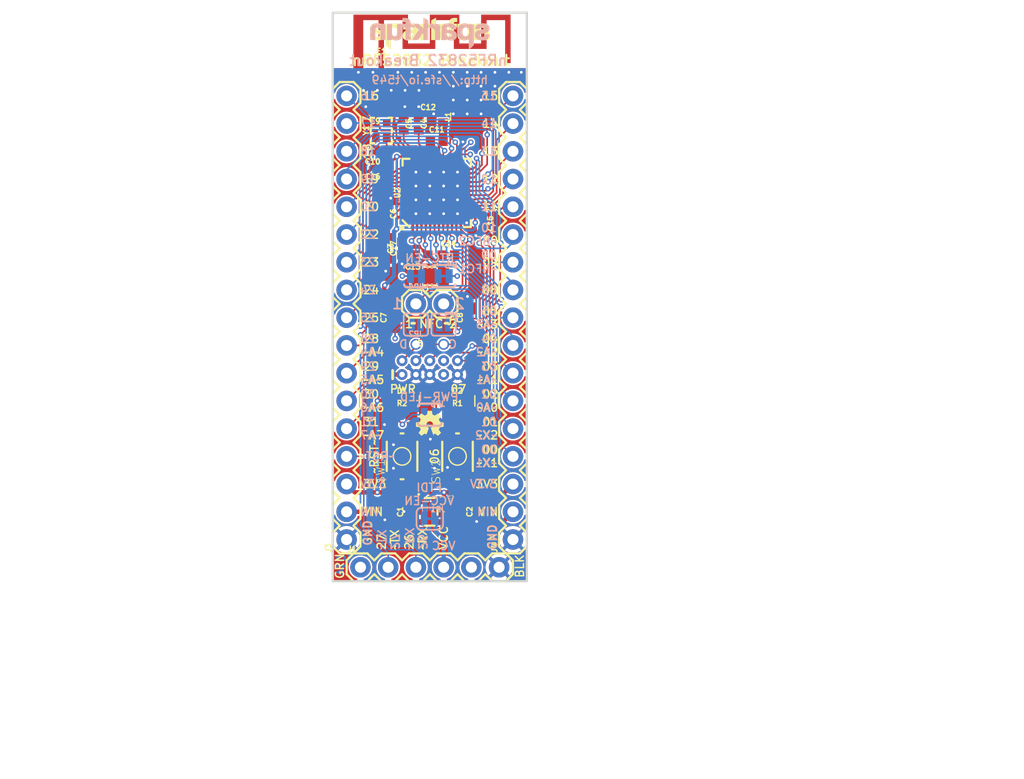
<source format=kicad_pcb>
(kicad_pcb (version 20221018) (generator pcbnew)
  (layers (0 "F.Cu" signal) (31 "B.Cu" signal) (34 "B.Paste" user) (35 "F.Paste" user) (36 "B.SilkS" user "B.Silkscreen") (37 "F.SilkS" user "F.Silkscreen") (38 "B.Mask" user) (39 "F.Mask" user) (44 "Edge.Cuts" user))
  (net 0 "")
  (net 1 "XC1")
  (net 2 "XC2")
  (net 3 "GND")
  (net 4 "P00")
  (net 5 "P01")
  (net 6 "VDD")
  (net 7 "DEC1")
  (net 8 "DEC2")
  (net 9 "DEC4")
  (net 10 "~{RESET}")
  (net 11 "ANT")
  (net 12 "N$11")
  (net 13 "DEC3")
  (net 14 "P09")
  (net 15 "P10")
  (net 16 "P25")
  (net 17 "P26")
  (net 18 "P27")
  (net 19 "P28")
  (net 20 "P29")
  (net 21 "P30")
  (net 22 "P31")
  (net 23 "P24")
  (net 24 "P23")
  (net 25 "P22")
  (net 26 "P20")
  (net 27 "P19")
  (net 28 "P18")
  (net 29 "P17")
  (net 30 "P16")
  (net 31 "P14")
  (net 32 "P15")
  (net 33 "P13")
  (net 34 "P12")
  (net 35 "P11")
  (net 36 "P08")
  (net 37 "P07")
  (net 38 "P06")
  (net 39 "P05")
  (net 40 "P04")
  (net 41 "P03")
  (net 42 "P02")
  (net 43 "SWDIO")
  (net 44 "SWDCLK")
  (net 45 "N$3")
  (net 46 "N$4")
  (net 47 "N$14")
  (net 48 "VIN")
  (net 49 "N$15")
  (net 50 "N$12")
  (net 51 "NFC1")
  (net 52 "NFC2")
  (net 53 "N$1")
  (net 54 "DCC")
  (net 55 "NC")
  (footprint "working:0402" (layer "F.Cu") (at 145.9611 100.5586 90)
    (fp_text reference "C3")
    (fp_text value "0.1uF")
  )
  (footprint "working:1X17" (layer "F.Cu") (at 156.1211 127.2286 90)
    (fp_text reference "J4")
    (fp_text value "")
  )
  (footprint "working:0603" (layer "F.Cu") (at 145.9611 115.7986)
    (fp_text reference "R2")
    (fp_text value "1k")
  )
  (footprint "working:CRYSTAL-SMD-2.0X1.6MM" (layer "F.Cu") (at 144.0561 89.7636 90)
    (fp_text reference "Y1")
    (fp_text value "32MHz")
  )
  (footprint "working:FIDUCIAL-MICRO" (layer "F.Cu") (at 140.5001 84.6836)
    (fp_text reference "FD2" hide)
    (fp_text value "FIDUCIALUFIDUCIAL" hide)
  )
  (footprint "working:TRACE_ANTENNA_2.4GHZ_15.2MM" (layer "F.Cu") (at 144.0561 84.0486)
    (fp_text reference "E1")
    (fp_text value "ANT")
  )
  (footprint "working:SFE_LOGO_NAME_.1" (layer "F.Cu") (at 142.5321 82.7786)
    (fp_text reference "LOGO2" hide)
    (fp_text value "SFE_LOGO_NAME.1_INCH" hide)
  )
  (footprint "working:0402" (layer "F.Cu") (at 144.6911 97.3836 -90)
    (fp_text reference "C6")
    (fp_text value "1.0uF")
  )
  (footprint "working:0603" (layer "F.Cu") (at 145.3261 106.9086 90)
    (fp_text reference "C7")
    (fp_text value "180pF")
  )
  (footprint "working:1X06" (layer "F.Cu") (at 142.1511 129.7686)
    (fp_text reference "J1")
    (fp_text value "")
  )
  (footprint "working:TACTILE_SWITCH_SMD_4.6X2.8MM" (layer "F.Cu") (at 151.0411 119.6086 90)
    (fp_text reference "SW2")
    (fp_text value "TACTILE_SWITCH_SMD_4_6X2_8MM")
  )
  (footprint "working:LED-0603" (layer "F.Cu") (at 145.9611 114.5286)
    (fp_text reference "D1")
    (fp_text value "RED")
  )
  (footprint "working:TACTILE_SWITCH_SMD_4.6X2.8MM" (layer "F.Cu") (at 145.9611 119.6086 90)
    (fp_text reference "SW1")
    (fp_text value "TACTILE_SWITCH_SMD_4_6X2_8MM")
  )
  (footprint "working:0603" (layer "F.Cu") (at 144.6911 100.5586 -90)
    (fp_text reference "C17")
    (fp_text value "4.7uF")
  )
  (footprint "working:SOT23-5" (layer "F.Cu") (at 148.5011 124.6886 -90)
    (fp_text reference "U1")
    (fp_text value "AP2112K-3.3V")
  )
  (footprint "working:QFN48-6X6MM" (layer "F.Cu") (at 149.1361 95.4786 90)
    (fp_text reference "U2")
    (fp_text value "NRF52832")
  )
  (footprint "working:0402" (layer "F.Cu") (at 147.7391 101.1936 180)
    (fp_text reference "C13")
    (fp_text value "15pF")
  )
  (footprint "working:CREATIVE_COMMONS" (layer "F.Cu") (at 129.4511 148.8186)
    (fp_text reference "FRAME1" hide)
    (fp_text value "FRAME-LETTER" hide)
  )
  (footprint "working:0402" (layer "F.Cu") (at 153.5811 98.2726 -90)
    (fp_text reference "C15")
    (fp_text value "0.1uF")
  )
  (footprint "working:0603" (layer "F.Cu") (at 151.6761 124.6886 -90)
    (fp_text reference "C2")
    (fp_text value "2.2uF")
  )
  (footprint "working:0402" (layer "F.Cu") (at 144.0561 92.9386 180)
    (fp_text reference "C16")
    (fp_text value "0.1uF")
  )
  (footprint "working:0402" (layer "F.Cu") (at 149.1361 86.5886 180)
    (fp_text reference "C12")
    (fp_text value "DNP")
  )
  (footprint "working:1X17" (layer "F.Cu") (at 140.8811 127.2286 90)
    (fp_text reference "J3")
    (fp_text value "")
  )
  (footprint "working:0402" (layer "F.Cu") (at 149.1361 90.7288)
    (fp_text reference "C11")
    (fp_text value "0.8pF")
  )
  (footprint "working:FIDUCIAL-MICRO" (layer "F.Cu") (at 153.2001 127.8636)
    (fp_text reference "FD1" hide)
    (fp_text value "FIDUCIALUFIDUCIAL" hide)
  )
  (footprint "working:OSHW-LOGO-MINI" (layer "F.Cu") (at 148.5011 116.6876)
    (fp_text reference "LOGO1" hide)
    (fp_text value "OSHW-LOGOMINI" hide)
  )
  (footprint "working:0603" (layer "F.Cu") (at 151.0411 115.7986)
    (fp_text reference "R1")
    (fp_text value "1k")
  )
  (footprint "working:0402" (layer "F.Cu") (at 144.0561 87.8586 180)
    (fp_text reference "C9")
    (fp_text value "6pF")
  )
  (footprint "working:0402" (layer "F.Cu") (at 147.4851 89.1286 -90)
    (fp_text reference "C4")
    (fp_text value "DNP")
  )
  (footprint "working:0603" (layer "F.Cu") (at 152.3111 106.9086 90)
    (fp_text reference "C8")
    (fp_text value "180pF")
  )
  (footprint "working:0402" (layer "F.Cu") (at 150.2029 101.1936)
    (fp_text reference "C14")
    (fp_text value "15pF")
  )
  (footprint "working:0402" (layer "F.Cu") (at 146.1135 89.1286 -90)
    (fp_text reference "C5")
    (fp_text value "100pF")
  )
  (footprint "working:LED-0603" (layer "F.Cu") (at 151.0411 114.5286)
    (fp_text reference "D2")
    (fp_text value "BLUE")
  )
  (footprint "working:0603" (layer "F.Cu") (at 145.3261 124.6886 -90)
    (fp_text reference "C1")
    (fp_text value "1.0uF")
  )
  (footprint "working:0402" (layer "F.Cu") (at 149.7161 88.4936 -90)
    (fp_text reference "L1")
    (fp_text value "3.9nH")
  )
  (footprint "working:2X5-PTH-1.27MM" (layer "F.Cu") (at 148.5011 111.4806)
    (fp_text reference "J5")
    (fp_text value "CORTEX_DEBUGPTH")
  )
  (footprint "working:CRYSTAL-SMD-3.2X1.5MM" (layer "F.Cu") (at 148.5011 103.0986 180)
    (fp_text reference "Y2")
    (fp_text value "32.768kHz")
  )
  (footprint "working:1X02" (layer "F.Cu") (at 149.7711 105.6386 180)
    (fp_text reference "J2")
    (fp_text value "")
  )
  (footprint "working:0402" (layer "F.Cu") (at 144.0561 91.567 180)
    (fp_text reference "C10")
    (fp_text value "6pF")
  )
  (footprint "working:PAD.03X.04" (layer "B.Cu") (at 149.7711 109.347 180)
    (fp_text reference "TP2" hide)
    (fp_text value "TEST-POINT3X4" hide)
  )
  (footprint "working:SMT-JUMPER_2_NC_TRACE_SILK" (layer "B.Cu") (at 148.5011 125.3236 180)
    (fp_text reference "JP1")
    (fp_text value "VDD-EN")
  )
  (footprint "working:SFE_LOGO_NAME_.1" (layer "B.Cu") (at 154.4701 82.7786 180)
    (fp_text reference "LOGO3" hide)
    (fp_text value "SFE_LOGO_NAME.1_INCH" hide)
  )
  (footprint "working:PAD-JUMPER-2-NC_BY_TRACE_YES_SILK" (layer "B.Cu") (at 149.7711 103.0986 180)
    (fp_text reference "JP5")
    (fp_text value "XL2")
  )
  (footprint "working:PAD-JUMPER-2-NC_BY_TRACE_YES_SILK" (layer "B.Cu") (at 148.5011 115.7986 180)
    (fp_text reference "JP6")
    (fp_text value "PWR-LED")
  )
  (footprint "working:SMT-JUMPER_2_NO_SILK" (layer "B.Cu") (at 147.2311 107.5436)
    (fp_text reference "JP2")
    (fp_text value "NFC1")
  )
  (footprint "working:SMT-JUMPER_2_NO_SILK" (layer "B.Cu") (at 149.7711 107.5436 180)
    (fp_text reference "JP3")
    (fp_text value "NFC2")
  )
  (footprint "working:PAD.03X.04" (layer "B.Cu") (at 147.2311 109.347 180)
    (fp_text reference "TP1" hide)
    (fp_text value "TEST-POINT3X4" hide)
  )
  (footprint "working:PAD-JUMPER-2-NC_BY_TRACE_YES_SILK" (layer "B.Cu") (at 147.2311 103.0986)
    (fp_text reference "JP4")
    (fp_text value "XL1")
  )
  (gr_line (start 149.8981 107.4166) (end 150.1521 107.4166) (stroke (width 0.254)) (layer "F.SilkS"))
  (gr_line (start 146.8501 107.4166) (end 147.1041 107.4166) (stroke (width 0.254)) (layer "F.SilkS"))
  (gr_line (start 142.1511 119.6086) (end 142.5321 119.6086) (stroke (width 0.254)) (layer "F.SilkS"))
  (gr_line (start 144.4371 119.6086) (end 144.0561 119.6086) (stroke (width 0.254)) (layer "F.SilkS"))
  (gr_line (start 139.6111 131.0386) (end 139.6111 78.9686) (stroke (width 0.2032)) (layer "Edge.Cuts"))
  (gr_line (start 139.6111 78.9686) (end 157.3911 78.9686) (stroke (width 0.2032)) (layer "Edge.Cuts"))
  (gr_line (start 157.3911 78.9686) (end 157.3911 131.0386) (stroke (width 0.2032)) (layer "Edge.Cuts"))
  (gr_line (start 157.3911 131.0386) (end 139.6111 131.0386) (stroke (width 0.2032)) (layer "Edge.Cuts"))
  (gr_text "v10" (at 140.7541 129.54 -90) (layer "B.Cu") (effects (font (size 0.7112 0.7112) (thickness 0.1778)) (justify top mirror)))
  (gr_text "FTDI\nVCC-EN" (at 148.4503 124.1298) (layer "B.SilkS") (effects (font (size 0.75565 0.75565) (thickness 0.13335)) (justify bottom mirror)))
  (gr_text "RTC-EN" (at 148.5011 101.9048) (layer "B.SilkS") (effects (font (size 0.75565 0.75565) (thickness 0.13335)) (justify bottom mirror)))
  (gr_text "23" (at 142.0241 101.8286) (layer "B.SilkS") (effects (font (size 0.75565 0.75565) (thickness 0.13335)) (justify right mirror)))
  (gr_text "D" (at 146.5453 109.347) (layer "B.SilkS") (effects (font (size 0.75565 0.75565) (thickness 0.13335)) (justify left mirror)))
  (gr_text "1" (at 146.0881 105.6386) (layer "B.SilkS") (effects (font (size 0.97155 0.97155) (thickness 0.17145)) (justify left mirror)))
  (gr_text "29\n~A5" (at 142.0241 111.9886) (layer "B.SilkS") (effects (font (size 0.75565 0.75565) (thickness 0.13335)) (justify right mirror)))
  (gr_text "2" (at 150.6601 105.6386) (layer "B.SilkS") (effects (font (size 0.97155 0.97155) (thickness 0.17145)) (justify right mirror)))
  (gr_text "15" (at 154.7241 86.5886) (layer "B.SilkS") (effects (font (size 0.75565 0.75565) (thickness 0.13335)) (justify left mirror)))
  (gr_text "27\n~TX" (at 144.6911 128.2446 -90) (layer "B.SilkS") (effects (font (size 0.75565 0.75565) (thickness 0.13335)) (justify left mirror)))
  (gr_text "14" (at 154.7241 89.1286) (layer "B.SilkS") (effects (font (size 0.75565 0.75565) (thickness 0.13335)) (justify left mirror)))
  (gr_text "VIN" (at 142.0241 124.6886) (layer "B.SilkS") (effects (font (size 0.75565 0.75565) (thickness 0.13335)) (justify right mirror)))
  (gr_text "31\n~A7" (at 142.0241 117.0686) (layer "B.SilkS") (effects (font (size 0.75565 0.75565) (thickness 0.13335)) (justify right mirror)))
  (gr_text "10\n~NFC2" (at 154.7241 99.2886) (layer "B.SilkS") (effects (font (size 0.75565 0.75565) (thickness 0.13335)) (justify left mirror)))
  (gr_text "C" (at 151.0665 109.347) (layer "B.SilkS") (effects (font (size 0.75565 0.75565) (thickness 0.13335)) (justify left mirror)))
  (gr_text "17" (at 142.0241 89.1286) (layer "B.SilkS") (effects (font (size 0.75565 0.75565) (thickness 0.13335)) (justify right mirror)))
  (gr_text "02\n~A0" (at 154.7241 114.5286) (layer "B.SilkS") (effects (font (size 0.75565 0.75565) (thickness 0.13335)) (justify left mirror)))
  (gr_text "24" (at 142.0241 104.3686) (layer "B.SilkS") (effects (font (size 0.75565 0.75565) (thickness 0.13335)) (justify right mirror)))
  (gr_text "13" (at 154.7241 91.6686) (layer "B.SilkS") (effects (font (size 0.75565 0.75565) (thickness 0.13335)) (justify left mirror)))
  (gr_text "GND" (at 142.7734 127.8636 -90) (layer "B.SilkS") (effects (font (size 0.75565 0.75565) (thickness 0.13335)) (justify left mirror)))
  (gr_text "VCC" (at 149.7711 128.2446) (layer "B.SilkS") (effects (font (size 0.75565 0.75565) (thickness 0.13335)) (justify bottom mirror)))
  (gr_text "22" (at 142.0241 99.2886) (layer "B.SilkS") (effects (font (size 0.75565 0.75565) (thickness 0.13335)) (justify right mirror)))
  (gr_text "11" (at 154.7241 96.7486) (layer "B.SilkS") (effects (font (size 0.75565 0.75565) (thickness 0.13335)) (justify left mirror)))
  (gr_text "20" (at 142.0241 96.7486) (layer "B.SilkS") (effects (font (size 0.75565 0.75565) (thickness 0.13335)) (justify right mirror)))
  (gr_text "~RST~" (at 142.0241 119.6086) (layer "B.SilkS") (effects (font (size 0.75565 0.75565) (thickness 0.13335)) (justify right mirror)))
  (gr_text "05\n~A3" (at 154.7241 106.9086) (layer "B.SilkS") (effects (font (size 0.75565 0.75565) (thickness 0.13335)) (justify left mirror)))
  (gr_text "19" (at 142.0241 94.2086) (layer "B.SilkS") (effects (font (size 0.75565 0.75565) (thickness 0.13335)) (justify right mirror)))
  (gr_text "03\n~A1" (at 154.7241 111.9886) (layer "B.SilkS") (effects (font (size 0.75565 0.75565) (thickness 0.13335)) (justify left mirror)))
  (gr_text "04\n~A2" (at 154.7241 109.4486) (layer "B.SilkS") (effects (font (size 0.75565 0.75565) (thickness 0.13335)) (justify left mirror)))
  (gr_text "http://sfe.io/t549" (at 148.5011 85.5726) (layer "B.SilkS") (effects (font (size 0.75565 0.75565) (thickness 0.13335)) (justify bottom mirror)))
  (gr_text "GND" (at 154.2034 128.2446 -90) (layer "B.SilkS") (effects (font (size 0.75565 0.75565) (thickness 0.13335)) (justify left mirror)))
  (gr_text "00\n~X1" (at 154.7241 119.6086) (layer "B.SilkS") (effects (font (size 0.75565 0.75565) (thickness 0.13335)) (justify left mirror)))
  (gr_text "26\n~RX" (at 147.2311 128.2446 -90) (layer "B.SilkS") (effects (font (size 0.75565 0.75565) (thickness 0.13335)) (justify left mirror)))
  (gr_text "nRF52832 Breakout" (at 148.3741 82.7786) (layer "B.SilkS") (effects (font (size 0.97155 0.97155) (thickness 0.17145)) (justify top mirror)))
  (gr_text "VIN" (at 154.7241 124.6886) (layer "B.SilkS") (effects (font (size 0.75565 0.75565) (thickness 0.13335)) (justify left mirror)))
  (gr_text "12" (at 154.7241 94.2086) (layer "B.SilkS") (effects (font (size 0.75565 0.75565) (thickness 0.13335)) (justify left mirror)))
  (gr_text "18" (at 142.0241 91.6686) (layer "B.SilkS") (effects (font (size 0.75565 0.75565) (thickness 0.13335)) (justify right mirror)))
  (gr_text "28\n~A4" (at 142.0241 109.4486) (layer "B.SilkS") (effects (font (size 0.75565 0.75565) (thickness 0.13335)) (justify right mirror)))
  (gr_text "01\n~X2" (at 154.7241 117.0686) (layer "B.SilkS") (effects (font (size 0.75565 0.75565) (thickness 0.13335)) (justify left mirror)))
  (gr_text "3.3V" (at 154.7241 122.1486) (layer "B.SilkS") (effects (font (size 0.75565 0.75565) (thickness 0.13335)) (justify left mirror)))
  (gr_text "PWR-LED" (at 148.4503 114.6048) (layer "B.SilkS") (effects (font (size 0.75565 0.75565) (thickness 0.13335)) (justify bottom mirror)))
  (gr_text "3.3V" (at 142.0241 122.1486) (layer "B.SilkS") (effects (font (size 0.75565 0.75565) (thickness 0.13335)) (justify right mirror)))
  (gr_text "09\n~NFC1" (at 154.7241 101.8286) (layer "B.SilkS") (effects (font (size 0.75565 0.75565) (thickness 0.13335)) (justify left mirror)))
  (gr_text "16" (at 142.0241 86.5886) (layer "B.SilkS") (effects (font (size 0.75565 0.75565) (thickness 0.13335)) (justify right mirror)))
  (gr_text "25" (at 142.0241 106.9086) (layer "B.SilkS") (effects (font (size 0.75565 0.75565) (thickness 0.13335)) (justify right mirror)))
  (gr_text "30\n~A6" (at 142.0241 114.5286) (layer "B.SilkS") (effects (font (size 0.75565 0.75565) (thickness 0.13335)) (justify right mirror)))
  (gr_text "08" (at 154.7241 104.3686) (layer "B.SilkS") (effects (font (size 0.75565 0.75565) (thickness 0.13335)) (justify left mirror)))
  (gr_text "23" (at 142.3289 101.8286) (layer "F.SilkS") (effects (font (size 0.75565 0.75565) (thickness 0.13335)) (justify left)))
  (gr_text "14" (at 154.8511 89.1286) (layer "F.SilkS") (effects (font (size 0.75565 0.75565) (thickness 0.13335)) (justify right)))
  (gr_text "31\n~A7" (at 142.3289 117.0686) (layer "F.SilkS") (effects (font (size 0.75565 0.75565) (thickness 0.13335)) (justify left)))
  (gr_text "GND" (at 142.7988 127.8636 90) (layer "F.SilkS") (effects (font (size 0.75565 0.75565) (thickness 0.13335)) (justify left)))
  (gr_text "22" (at 142.3289 99.2886) (layer "F.SilkS") (effects (font (size 0.75565 0.75565) (thickness 0.13335)) (justify left)))
  (gr_text "20" (at 142.3289 96.7486) (layer "F.SilkS") (effects (font (size 0.75565 0.75565) (thickness 0.13335)) (justify left)))
  (gr_text "2" (at 150.6601 107.0356) (layer "F.SilkS") (effects (font (size 0.75565 0.75565) (thickness 0.13335)) (justify top)))
  (gr_text "PWR" (at 146.0373 113.8936) (layer "F.SilkS") (effects (font (size 0.75565 0.75565) (thickness 0.13335)) (justify bottom)))
  (gr_text "18" (at 142.3289 91.6686 90) (layer "F.SilkS") (effects (font (size 0.75565 0.75565) (thickness 0.13335)) (justify top)))
  (gr_text "04\n~A2" (at 154.8511 109.4486) (layer "F.SilkS") (effects (font (size 0.75565 0.75565) (thickness 0.13335)) (justify right)))
  (gr_text "30\n~A6" (at 142.3289 114.5286) (layer "F.SilkS") (effects (font (size 0.75565 0.75565) (thickness 0.13335)) (justify left)))
  (gr_text "VIN" (at 142.3289 124.6886) (layer "F.SilkS") (effects (font (size 0.75565 0.75565) (thickness 0.13335)) (justify left)))
  (gr_text "VIN" (at 154.8511 124.6886) (layer "F.SilkS") (effects (font (size 0.75565 0.75565) (thickness 0.13335)) (justify right)))
  (gr_text "15" (at 154.8511 86.5886) (layer "F.SilkS") (effects (font (size 0.75565 0.75565) (thickness 0.13335)) (justify right)))
  (gr_text "03\n~A1" (at 154.8511 111.9886) (layer "F.SilkS") (effects (font (size 0.75565 0.75565) (thickness 0.13335)) (justify right)))
  (gr_text "27\n~TX" (at 144.6911 128.2446 90) (layer "F.SilkS") (effects (font (size 0.75565 0.75565) (thickness 0.13335)) (justify left)))
  (gr_text "12" (at 154.8511 94.2086) (layer "F.SilkS") (effects (font (size 0.75565 0.75565) (thickness 0.13335)) (justify right)))
  (gr_text "13" (at 154.8511 91.6686) (layer "F.SilkS") (effects (font (size 0.75565 0.75565) (thickness 0.13335)) (justify right)))
  (gr_text "19" (at 142.3289 94.2086) (layer "F.SilkS") (effects (font (size 0.75565 0.75565) (thickness 0.13335)) (justify left)))
  (gr_text "00\n~X1" (at 154.8511 119.6086) (layer "F.SilkS") (effects (font (size 0.75565 0.75565) (thickness 0.13335)) (justify right)))
  (gr_text "~RST~" (at 143.4211 119.6086 90) (layer "F.SilkS") (effects (font (size 0.75565 0.75565) (thickness 0.13335))))
  (gr_text "29\n~A5" (at 142.3289 111.9886) (layer "F.SilkS") (effects (font (size 0.75565 0.75565) (thickness 0.13335)) (justify left)))
  (gr_text "25" (at 142.3289 106.9086) (layer "F.SilkS") (effects (font (size 0.75565 0.75565) (thickness 0.13335)) (justify left)))
  (gr_text "BLK" (at 156.2989 129.667 90) (layer "F.SilkS") (effects (font (size 0.75565 0.75565) (thickness 0.13335)) (justify top)))
  (gr_text "17" (at 142.3289 89.1286 90) (layer "F.SilkS") (effects (font (size 0.75565 0.75565) (thickness 0.13335)) (justify top)))
  (gr_text "09" (at 154.8511 101.8286) (layer "F.SilkS") (effects (font (size 0.75565 0.75565) (thickness 0.13335)) (justify right)))
  (gr_text "02\n~A0" (at 154.8511 114.5286) (layer "F.SilkS") (effects (font (size 0.75565 0.75565) (thickness 0.13335)) (justify right)))
  (gr_text "nRF52832 Breakout" (at 148.6281 82.7786) (layer "F.SilkS") (effects (font (size 0.97155 0.97155) (thickness 0.17145)) (justify top)))
  (gr_text "10" (at 154.8511 99.8474) (layer "F.SilkS") (effects (font (size 0.75565 0.75565) (thickness 0.13335)) (justify right)))
  (gr_text "07" (at 151.1173 113.8936) (layer "F.SilkS") (effects (font (size 0.75565 0.75565) (thickness 0.13335)) (justify bottom)))
  (gr_text "01\n~X2" (at 154.8511 117.0686) (layer "F.SilkS") (effects (font (size 0.75565 0.75565) (thickness 0.13335)) (justify right)))
  (gr_text "1" (at 146.5961 107.0356) (layer "F.SilkS") (effects (font (size 0.75565 0.75565) (thickness 0.13335)) (justify top)))
  (gr_text "16" (at 142.3289 86.5886) (layer "F.SilkS") (effects (font (size 0.75565 0.75565) (thickness 0.13335)) (justify left)))
  (gr_text "3V3" (at 142.3289 122.1486) (layer "F.SilkS") (effects (font (size 0.75565 0.75565) (thickness 0.13335)) (justify left)))
  (gr_text "08" (at 154.8511 104.3686) (layer "F.SilkS") (effects (font (size 0.75565 0.75565) (thickness 0.13335)) (justify right)))
  (gr_text "GND" (at 154.2288 128.2446 90) (layer "F.SilkS") (effects (font (size 0.75565 0.75565) (thickness 0.13335)) (justify left)))
  (gr_text "NFC" (at 148.6281 107.0356) (layer "F.SilkS") (effects (font (size 0.75565 0.75565) (thickness 0.13335)) (justify top)))
  (gr_text "GRN" (at 140.7033 129.667 90) (layer "F.SilkS") (effects (font (size 0.75565 0.75565) (thickness 0.13335)) (justify bottom)))
  (gr_text "24" (at 142.3289 104.3686) (layer "F.SilkS") (effects (font (size 0.75565 0.75565) (thickness 0.13335)) (justify left)))
  (gr_text "26\n~RX" (at 147.2311 128.2446 90) (layer "F.SilkS") (effects (font (size 0.75565 0.75565) (thickness 0.13335)) (justify left)))
  (gr_text "11" (at 154.8511 96.6724) (layer "F.SilkS") (effects (font (size 0.75565 0.75565) (thickness 0.13335)) (justify right)))
  (gr_text "28\n~A4" (at 142.3289 109.4486) (layer "F.SilkS") (effects (font (size 0.75565 0.75565) (thickness 0.13335)) (justify left)))
  (gr_text "05\n~A3" (at 154.8511 106.9086) (layer "F.SilkS") (effects (font (size 0.75565 0.75565) (thickness 0.13335)) (justify right)))
  (gr_text "VCC" (at 149.7711 128.2446 90) (layer "F.SilkS") (effects (font (size 0.75565 0.75565) (thickness 0.13335)) (justify left)))
  (gr_text "06" (at 149.3901 119.6086 90) (layer "F.SilkS") (effects (font (size 0.75565 0.75565) (thickness 0.13335)) (justify bottom)))
  (gr_text "3V3" (at 154.8511 122.1486) (layer "F.SilkS") (effects (font (size 0.75565 0.75565) (thickness 0.13335)) (justify right)))
  (segment (start 146.0627 91.4908) (end 145.1483 90.5764) (width 0.1524) (layer "F.Cu") (net 1))
  (segment (start 144.0561 89.7636) (end 144.9451 89.7636) (width 0.1524) (layer "F.Cu") (net 1))
  (segment (start 147.7361 92.0974) (end 147.1295 91.4908) (width 0.1524) (layer "F.Cu") (net 1))
  (segment (start 143.5561 87.9386) (end 143.4761 87.8586) (width 0.1524) (layer "F.Cu") (net 1))
  (segment (start 143.9291 89.6366) (end 144.0561 89.7636) (width 0.1524) (layer "F.Cu") (net 1))
  (segment (start 147.1295 91.4908) (end 146.0627 91.4908) (width 0.1524) (layer "F.Cu") (net 1))
  (segment (start 145.1483 90.5764) (end 145.1483 89.9668) (width 0.1524) (layer "F.Cu") (net 1))
  (segment (start 143.5561 89.0886) (end 143.9291 89.4616) (width 0.1524) (layer "F.Cu") (net 1))
  (segment (start 147.7361 92.6186) (end 147.7361 92.0974) (width 0.1524) (layer "F.Cu") (net 1))
  (segment (start 145.1483 89.9668) (end 144.9451 89.7636) (width 0.1524) (layer "F.Cu") (net 1))
  (segment (start 143.5561 89.0886) (end 143.5561 87.9386) (width 0.1524) (layer "F.Cu") (net 1))
  (segment (start 143.9291 89.4616) (end 143.9291 89.6366) (width 0.1524) (layer "F.Cu") (net 1))
  (segment (start 147.3361 92.6186) (end 147.3361 92.1292) (width 0.1524) (layer "F.Cu") (net 2))
  (segment (start 144.5561 91.567) (end 144.5561 90.4386) (width 0.1524) (layer "F.Cu") (net 2))
  (segment (start 147.3361 92.1292) (end 147.0025 91.7956) (width 0.1524) (layer "F.Cu") (net 2))
  (segment (start 147.0025 91.7956) (end 145.9131 91.7956) (width 0.1524) (layer "F.Cu") (net 2))
  (segment (start 144.6361 91.567) (end 144.5561 91.567) (width 0.1524) (layer "F.Cu") (net 2))
  (segment (start 145.9131 91.7956) (end 144.5561 90.4386) (width 0.1524) (layer "F.Cu") (net 2))
  (segment (start 148.9361 95.2786) (end 148.5011 94.8436) (width 0.1524) (layer "F.Cu") (net 3))
  (segment (start 148.9361 92.6186) (end 148.9361 95.2786) (width 0.2286) (layer "F.Cu") (net 3))
  (segment (start 146.2761 96.4786) (end 145.0161 96.4786) (width 0.2286) (layer "F.Cu") (net 3))
  (segment (start 145.0161 96.4786) (end 144.6911 96.8036) (width 0.2286) (layer "F.Cu") (net 3))
  (segment (start 148.9361 95.2786) (end 149.1361 95.4786) (width 0.2286) (layer "F.Cu") (net 3))
  (segment (start 143.4761 92.9386) (end 143.4211 92.9386) (width 0.2286) (layer "F.Cu") (net 3))
  (via (at 151.9301 88.2396) (size 0.508) (drill 0.254) (layers "F.Cu" "B.Cu") (net 3))
  (via (at 153.2001 85.6996) (size 0.508) (drill 0.254) (layers "F.Cu" "B.Cu") (net 3))
  (via (at 147.5105 86.0806) (size 0.508) (drill 0.254) (layers "F.Cu" "B.Cu") (net 3))
  (via (at 153.2001 88.2396) (size 0.508) (drill 0.254) (layers "F.Cu" "B.Cu") (net 3))
  (via (at 145.5801 84.4296) (size 0.508) (drill 0.254) (layers "F.Cu" "B.Cu") (net 3))
  (via (at 153.2001 86.9696) (size 0.508) (drill 0.254) (layers "F.Cu" "B.Cu") (net 3))
  (via (at 145.1737 118.5418) (size 0.508) (drill 0.254) (layers "F.Cu" "B.Cu") (net 3))
  (via (at 153.2001 84.4296) (size 0.508) (drill 0.254) (layers "F.Cu" "B.Cu") (net 3))
  (via (at 147.4851 87.5792) (size 0.508) (drill 0.254) (layers "F.Cu" "B.Cu") (net 3))
  (via (at 151.0411 93.5736) (size 0.508) (drill 0.254) (layers "F.Cu" "B.Cu") (net 3))
  (via (at 143.2941 84.4296) (size 0.508) (drill 0.254) (layers "F.Cu" "B.Cu") (net 3))
  (via (at 149.7711 94.8436) (size 0.508) (drill 0.254) (layers "F.Cu" "B.Cu") (net 3))
  (via (at 154.4701 85.6996) (size 0.508) (drill 0.254) (layers "F.Cu" "B.Cu") (net 3))
  (via (at 151.0411 96.1136) (size 0.508) (drill 0.254) (layers "F.Cu" "B.Cu") (net 3))
  (via (at 144.9705 86.0806) (size 0.508) (drill 0.254) (layers "F.Cu" "B.Cu") (net 3))
  (via (at 146.2405 86.0806) (size 0.508) (drill 0.254) (layers "F.Cu" "B.Cu") (net 3))
  (via (at 148.5011 96.1136) (size 0.508) (drill 0.254) (layers "F.Cu" "B.Cu") (net 3))
  (via (at 146.1389 124.6632) (size 0.508) (drill 0.254) (layers "F.Cu" "B.Cu") (net 3))
  (via (at 144.3482 116.7003) (size 0.508) (drill 0.254) (layers "F.Cu" "B.Cu") (net 3))
  (via (at 144.4625 102.6414) (size 0.508) (drill 0.254) (layers "F.Cu" "B.Cu") (net 3))
  (via (at 151.9555 104.9655) (size 0.508) (drill 0.254) (layers "F.Cu" "B.Cu") (net 3))
  (via (at 142.6337 87.5792) (size 0.508) (drill 0.254) (layers "F.Cu" "B.Cu") (net 3))
  (via (at 142.4305 86.0806) (size 0.508) (drill 0.254) (layers "F.Cu" "B.Cu") (net 3))
  (via (at 148.5011 93.5736) (size 0.508) (drill 0.254) (layers "F.Cu" "B.Cu") (net 3))
  (via (at 149.7711 97.3836) (size 0.508) (drill 0.254) (layers "F.Cu" "B.Cu") (net 3))
  (via (at 151.9301 85.6996) (size 0.508) (drill 0.254) (layers "F.Cu" "B.Cu") (net 3))
  (via (at 148.5519 118.0338) (size 0.508) (drill 0.254) (layers "F.Cu" "B.Cu") (net 3))
  (via (at 150.6601 84.4296) (size 0.508) (drill 0.254) (layers "F.Cu" "B.Cu") (net 3))
  (via (at 145.1737 120.7008) (size 0.508) (drill 0.254) (layers "F.Cu" "B.Cu") (net 3))
  (via (at 148.8567 88.2396) (size 0.508) (drill 0.254) (layers "F.Cu" "B.Cu") (net 3))
  (via (at 147.2311 94.8436) (size 0.508) (drill 0.254) (layers "F.Cu" "B.Cu") (net 3))
  (via (at 146.8501 84.4296) (size 0.508) (drill 0.254) (layers "F.Cu" "B.Cu") (net 3))
  (via (at 152.7937 125.5776) (size 0.508) (drill 0.254) (layers "F.Cu" "B.Cu") (net 3))
  (via (at 151.0411 94.8436) (size 0.508) (drill 0.254) (layers "F.Cu" "B.Cu") (net 3))
  (via (at 150.1267 120.6246) (size 0.508) (drill 0.254) (layers "F.Cu" "B.Cu") (net 3))
  (via (at 149.3901 84.4296) (size 0.508) (drill 0.254) (layers "F.Cu" "B.Cu") (net 3))
  (via (at 143.7005 86.0806) (size 0.508) (drill 0.254) (layers "F.Cu" "B.Cu") (net 3))
  (via (at 151.9301 84.4296) (size 0.508) (drill 0.254) (layers "F.Cu" "B.Cu") (net 3))
  (via (at 151.0411 97.3836) (size 0.508) (drill 0.254) (layers "F.Cu" "B.Cu") (net 3))
  (via (at 156.8831 84.4296) (size 0.508) (drill 0.254) (layers "F.Cu" "B.Cu") (net 3))
  (via (at 150.6601 86.9696) (size 0.508) (drill 0.254) (layers "F.Cu" "B.Cu") (net 3))
  (via (at 151.8793 98.2176) (size 0.508) (drill 0.254) (layers "F.Cu" "B.Cu") (net 3))
  (via (at 151.5364 90.805) (size 0.508) (drill 0.254) (layers "F.Cu" "B.Cu") (net 3))
  (via (at 147.2311 96.1136) (size 0.508) (drill 0.254) (layers "F.Cu" "B.Cu") (net 3))
  (via (at 150.6601 88.2396) (size 0.508) (drill 0.254) (layers "F.Cu" "B.Cu") (net 3))
  (via (at 147.2311 93.5736) (size 0.508) (drill 0.254) (layers "F.Cu" "B.Cu") (net 3))
  (via (at 151.9301 86.9696) (size 0.508) (drill 0.254) (layers "F.Cu" "B.Cu") (net 3))
  (via (at 147.2311 97.3836) (size 0.508) (drill 0.254) (layers "F.Cu" "B.Cu") (net 3))
  (via (at 149.7711 93.5736) (size 0.508) (drill 0.254) (layers "F.Cu" "B.Cu") (net 3))
  (via (at 148.1201 84.4296) (size 0.508) (drill 0.254) (layers "F.Cu" "B.Cu") (net 3))
  (via (at 155.7401 84.4296) (size 0.508) (drill 0.254) (layers "F.Cu" "B.Cu") (net 3))
  (via (at 144.3863 125.4252) (size 0.508) (drill 0.254) (layers "F.Cu" "B.Cu") (net 3))
  (via (at 149.7711 96.1136) (size 0.508) (drill 0.254) (layers "F.Cu" "B.Cu") (net 3))
  (via (at 146.2151 87.5792) (size 0.508) (drill 0.254) (layers "F.Cu" "B.Cu") (net 3))
  (via (at 148.9329 120.7008) (size 0.508) (drill 0.254) (layers "F.Cu" "B.Cu") (net 3))
  (via (at 141.9606 84.4296) (size 0.508) (drill 0.254) (layers "F.Cu" "B.Cu") (net 3))
  (via (at 148.5011 94.8436) (size 0.508) (drill 0.254) (layers "F.Cu" "B.Cu") (net 3))
  (via (at 152.7175 99.386) (size 0.508) (drill 0.254) (layers "F.Cu" "B.Cu") (net 3))
  (via (at 144.9239 95.9612) (size 0.508) (drill 0.254) (layers "F.Cu" "B.Cu") (net 3))
  (via (at 150.6601 85.6996) (size 0.508) (drill 0.254) (layers "F.Cu" "B.Cu") (net 3))
  (via (at 145.9611 101.981) (size 0.508) (drill 0.254) (layers "F.Cu" "B.Cu") (net 3))
  (via (at 154.4701 84.4296) (size 0.508) (drill 0.254) (layers "F.Cu" "B.Cu") (net 3))
  (via (at 148.5011 97.3836) (size 0.508) (drill 0.254) (layers "F.Cu" "B.Cu") (net 3))
  (segment (start 147.3361 99.3614) (end 146.8247 99.8728) (width 0.1524) (layer "F.Cu") (net 4))
  (segment (start 147.3361 98.3386) (end 147.3361 99.3614) (width 0.1524) (layer "F.Cu") (net 4))
  (via (at 146.8247 99.8728) (size 0.508) (drill 0.254) (layers "F.Cu" "B.Cu") (net 4))
  (segment (start 154.0383 111.2012) (end 154.3431 111.506) (width 0.1524) (layer "B.Cu") (net 4))
  (segment (start 154.6479 116.0272) (end 154.9527 116.332) (width 0.1524) (layer "B.Cu") (net 4))
  (segment (start 147.8407 104.2924) (end 147.7391 104.1908) (width 0.1524) (layer "B.Cu") (net 4))
  (segment (start 147.7391 103.0986) (end 147.8153 103.0986) (width 0.1524) (layer "B.Cu") (net 4))
  (segment (start 147.2311 101.1174) (end 147.7391 101.6254) (width 0.1524) (layer "B.Cu") (net 4))
  (segment (start 154.9527 118.4402) (end 156.1211 119.6086) (width 0.1524) (layer "B.Cu") (net 4))
  (segment (start 154.6479 113.919) (end 154.6479 116.0272) (width 0.1524) (layer "B.Cu") (net 4))
  (segment (start 147.7391 103.0986) (end 147.7391 104.1908) (width 0.1524) (layer "B.Cu") (net 4))
  (segment (start 152.7429 106.9594) (end 154.0383 108.2548) (width 0.1524) (layer "B.Cu") (net 4))
  (segment (start 147.8407 104.2924) (end 152.0317 104.2924) (width 0.1524) (layer "B.Cu") (net 4))
  (segment (start 154.9527 116.332) (end 154.9527 118.4402) (width 0.1524) (layer "B.Cu") (net 4))
  (segment (start 154.3431 111.506) (end 154.3431 113.6142) (width 0.1524) (layer "B.Cu") (net 4))
  (segment (start 147.2311 100.2792) (end 147.2311 101.1174) (width 0.1524) (layer "B.Cu") (net 4))
  (segment (start 147.7391 101.6254) (end 147.7391 103.0986) (width 0.1524) (layer "B.Cu") (net 4))
  (segment (start 146.8247 99.8728) (end 147.2311 100.2792) (width 0.1524) (layer "B.Cu") (net 4))
  (segment (start 152.7429 105.0036) (end 152.7429 106.9594) (width 0.1524) (layer "B.Cu") (net 4))
  (segment (start 152.0317 104.2924) (end 152.7429 105.0036) (width 0.1524) (layer "B.Cu") (net 4))
  (segment (start 154.3431 113.6142) (end 154.6479 113.919) (width 0.1524) (layer "B.Cu") (net 4))
  (segment (start 154.0383 108.2548) (end 154.0383 111.2012) (width 0.1524) (layer "B.Cu") (net 4))
  (segment (start 147.7361 98.3386) (end 147.7361 99.6472) (width 0.1524) (layer "F.Cu") (net 5))
  (segment (start 147.7361 99.6472) (end 147.5359 99.8474) (width 0.1524) (layer "F.Cu") (net 5))
  (via (at 147.5359 99.8474) (size 0.508) (drill 0.254) (layers "F.Cu" "B.Cu") (net 5))
  (segment (start 149.2631 103.0986) (end 149.2631 103.8606) (width 0.1524) (layer "B.Cu") (net 5))
  (segment (start 154.3431 108.1278) (end 154.3431 111.0742) (width 0.1524) (layer "B.Cu") (net 5))
  (segment (start 154.3431 111.0742) (end 154.6479 111.379) (width 0.1524) (layer "B.Cu") (net 5))
  (segment (start 149.2631 103.8606) (end 149.3901 103.9876) (width 0.1524) (layer "B.Cu") (net 5))
  (segment (start 152.1587 103.9876) (end 153.0477 104.8766) (width 0.1524) (layer "B.Cu") (net 5))
  (segment (start 153.0477 106.8324) (end 154.3431 108.1278) (width 0.1524) (layer "B.Cu") (net 5))
  (segment (start 147.5359 99.8474) (end 147.5359 100.9904) (width 0.1524) (layer "B.Cu") (net 5))
  (segment (start 154.9527 113.792) (end 154.9527 115.9002) (width 0.1524) (layer "B.Cu") (net 5))
  (segment (start 147.5359 100.9904) (end 149.2631 102.7176) (width 0.1524) (layer "B.Cu") (net 5))
  (segment (start 153.0477 104.8766) (end 153.0477 106.8324) (width 0.1524) (layer "B.Cu") (net 5))
  (segment (start 154.6479 111.379) (end 154.6479 113.4872) (width 0.1524) (layer "B.Cu") (net 5))
  (segment (start 154.9527 115.9002) (end 156.1211 117.0686) (width 0.1524) (layer "B.Cu") (net 5))
  (segment (start 154.6479 113.4872) (end 154.9527 113.792) (width 0.1524) (layer "B.Cu") (net 5))
  (segment (start 149.3901 103.9876) (end 152.1587 103.9876) (width 0.1524) (layer "B.Cu") (net 5))
  (segment (start 149.2631 102.7176) (end 149.2631 103.0986) (width 0.1524) (layer "B.Cu") (net 5))
  (segment (start 152.6667 98.1964) (end 152.6667 97.6786) (width 0.2286) (layer "F.Cu") (net 6))
  (segment (start 146.8501 92.1512) (end 145.4785 92.1512) (width 0.2286) (layer "F.Cu") (net 6))
  (segment (start 144.6361 92.9386) (end 144.6911 92.9386) (width 0.2286) (layer "F.Cu") (net 6))
  (segment (start 144.3355 103.9876) (end 144.3863 103.9368) (width 0.4064) (layer "F.Cu") (net 6))
  (segment (start 151.6761 123.8386) (end 154.4311 123.8386) (width 0.4064) (layer "F.Cu") (net 6))
  (segment (start 144.3355 112.1156) (end 144.3355 103.9876) (width 0.4064) (layer "F.Cu") (net 6))
  (segment (start 149.8012 123.7386) (end 149.8012 122.9106) (width 0.4064) (layer "F.Cu") (net 6))
  (segment (start 151.8911 115.7986) (end 151.1545 116.5352) (width 0.1524) (layer "F.Cu") (net 6))
  (segment (start 149.8012 122.9106) (end 150.7481 122.9106) (width 0.4064) (layer "F.Cu") (net 6))
  (segment (start 146.9361 92.6186) (end 146.9361 92.2372) (width 0.2286) (layer "F.Cu") (net 6))
  (segment (start 149.4409 116.9416) (end 149.4409 122.9106) (width 0.1524) (layer "F.Cu") (net 6))
  (segment (start 153.5671 97.6786) (end 153.5811 97.6926) (width 0.2286) (layer "F.Cu") (net 6))
  (segment (start 143.7005 122.9106) (end 141.6431 122.9106) (width 0.4064) (layer "F.Cu") (net 6))
  (segment (start 143.7005 113.2586) (end 144.3355 112.6236) (width 0.4064) (layer "F.Cu") (net 6))
  (segment (start 152.6667 97.6786) (end 153.5671 97.6786) (width 0.2286) (layer "F.Cu") (net 6))
  (segment (start 143.7005 114.5286) (end 143.7005 113.2586) (width 0.4064) (layer "F.Cu") (net 6))
  (segment (start 154.4311 123.8386) (end 156.1211 122.1486) (width 0.4064) (layer "F.Cu") (net 6))
  (segment (start 150.7481 122.9106) (end 151.6761 123.8386) (width 0.4064) (layer "F.Cu") (net 6))
  (segment (start 140.8811 122.1486) (end 141.6431 122.9106) (width 0.4064) (layer "F.Cu") (net 6))
  (segment (start 146.2761 97.6786) (end 145.6661 97.6786) (width 0.2286) (layer "F.Cu") (net 6))
  (segment (start 144.6911 92.9386) (end 145.4785 92.1512) (width 0.2286) (layer "F.Cu") (net 6))
  (segment (start 145.6661 97.6786) (end 145.4531 97.8916) (width 0.2286) (layer "F.Cu") (net 6))
  (segment (start 143.7005 114.5286) (end 145.0841 114.5286) (width 0.4064) (layer "F.Cu") (net 6))
  (segment (start 149.8473 116.5352) (end 149.4409 116.9416) (width 0.1524) (layer "F.Cu") (net 6))
  (segment (start 151.9961 97.6786) (end 152.6667 97.6786) (width 0.2286) (layer "F.Cu") (net 6))
  (segment (start 151.1545 116.5352) (end 149.8473 116.5352) (width 0.1524) (layer "F.Cu") (net 6))
  (segment (start 145.9611 112.1156) (end 144.3355 112.1156) (width 0.4064) (layer "F.Cu") (net 6))
  (segment (start 145.4531 97.8916) (end 145.4531 98.7806) (width 0.2286) (layer "F.Cu") (net 6))
  (segment (start 146.9361 92.2372) (end 146.8501 92.1512) (width 0.2286) (layer "F.Cu") (net 6))
  (segment (start 145.4531 98.9466) (end 145.4531 98.7806) (width 0.2286) (layer "F.Cu") (net 6))
  (segment (start 144.6911 99.7086) (end 145.4531 98.9466) (width 0.2286) (layer "F.Cu") (net 6))
  (segment (start 149.4409 122.9106) (end 143.7005 122.9106) (width 0.4064) (layer "F.Cu") (net 6))
  (segment (start 149.8012 122.9106) (end 149.4409 122.9106) (width 0.4064) (layer "F.Cu") (net 6))
  (segment (start 144.3355 112.6236) (end 144.3355 112.1156) (width 0.4064) (layer "F.Cu") (net 6))
  (via (at 149.8012 122.9106) (size 0.508) (drill 0.254) (layers "F.Cu" "B.Cu") (net 6))
  (via (at 144.3863 103.9368) (size 0.508) (drill 0.254) (layers "F.Cu" "B.Cu") (net 6))
  (via (at 143.7005 114.5286) (size 0.508) (drill 0.254) (layers "F.Cu" "B.Cu") (net 6))
  (via (at 143.7005 122.9106) (size 0.508) (drill 0.254) (layers "F.Cu" "B.Cu") (net 6))
  (via (at 152.6667 98.1964) (size 0.508) (drill 0.254) (layers "F.Cu" "B.Cu") (net 6))
  (via (at 145.4531 98.7806) (size 0.508) (drill 0.254) (layers "F.Cu" "B.Cu") (net 6))
  (via (at 145.4785 92.1512) (size 0.508) (drill 0.254) (layers "F.Cu" "B.Cu") (net 6))
  (segment (start 145.2245 99.0092) (end 145.2245 103.0986) (width 0.4064) (layer "B.Cu") (net 6))
  (segment (start 145.2245 103.0986) (end 144.3863 103.9368) (width 0.4064) (layer "B.Cu") (net 6))
  (segment (start 145.4785 98.7552) (end 145.2245 99.0092) (width 0.4064) (layer "B.Cu") (net 6))
  (segment (start 149.0091 122.9106) (end 148.0511 123.8686) (width 0.4064) (layer "B.Cu") (net 6))
  (segment (start 151.8031 98.9076) (end 151.5491 98.6536) (width 0.2286) (layer "B.Cu") (net 6))
  (segment (start 149.8012 122.9106) (end 149.0091 122.9106) (width 0.4064) (layer "B.Cu") (net 6))
  (segment (start 145.4531 94.5642) (end 145.4785 94.5388) (width 0.2286) (layer "B.Cu") (net 6))
  (segment (start 145.4785 98.7552) (end 145.5801 98.6536) (width 0.2286) (layer "B.Cu") (net 6))
  (segment (start 148.0511 125.2656) (end 148.0511 123.8686) (width 0.4064) (layer "B.Cu") (net 6))
  (segment (start 147.9931 125.3236) (end 148.0511 125.2656) (width 0.4064) (layer "B.Cu") (net 6))
  (segment (start 145.5801 98.6536) (end 151.5491 98.6536) (width 0.2286) (layer "B.Cu") (net 6))
  (segment (start 145.4531 98.7806) (end 145.4785 98.7552) (width 0.2286) (layer "B.Cu") (net 6))
  (segment (start 145.4531 98.7806) (end 145.4531 94.5642) (width 0.2286) (layer "B.Cu") (net 6))
  (segment (start 152.4635 98.9076) (end 152.6667 98.7044) (width 0.2286) (layer "B.Cu") (net 6))
  (segment (start 143.7005 114.5286) (end 143.7005 122.9106) (width 0.4064) (layer "B.Cu") (net 6))
  (segment (start 152.6667 98.1964) (end 152.6667 98.7044) (width 0.2286) (layer "B.Cu") (net 6))
  (segment (start 151.8031 98.9076) (end 152.4635 98.9076) (width 0.2286) (layer "B.Cu") (net 6))
  (segment (start 145.4785 94.5388) (end 145.4785 92.1512) (width 0.2286) (layer "B.Cu") (net 6))
  (segment (start 146.9361 98.3386) (end 146.9361 99.0036) (width 0.2286) (layer "F.Cu") (net 7))
  (segment (start 146.9361 99.0036) (end 145.9611 99.9786) (width 0.2286) (layer "F.Cu") (net 7))
  (segment (start 147.4851 90.9828) (end 148.5361 92.0338) (width 0.1524) (layer "F.Cu") (net 8))
  (segment (start 148.5361 92.6186) (end 148.5361 92.0338) (width 0.1524) (layer "F.Cu") (net 8))
  (segment (start 147.4851 89.7086) (end 147.4851 90.9828) (width 0.1524) (layer "F.Cu") (net 8))
  (segment (start 145.8311 96.8786) (end 146.2761 96.8786) (width 0.1524) (layer "F.Cu") (net 9))
  (segment (start 144.6911 97.9636) (end 144.7461 97.9636) (width 0.1524) (layer "F.Cu") (net 9))
  (segment (start 144.7461 97.9636) (end 145.8311 96.8786) (width 0.1524) (layer "F.Cu") (net 9))
  (segment (start 140.8811 119.6086) (end 146.7611 119.6086) (width 0.1524) (layer "F.Cu") (net 10))
  (segment (start 146.7611 119.6086) (end 146.7611 117.5586) (width 0.1524) (layer "F.Cu") (net 10))
  (segment (start 146.7611 119.6086) (end 147.7137 119.6086) (width 0.1524) (layer "F.Cu") (net 10))
  (segment (start 152.781 92.3163) (end 152.781 92.9767) (width 0.1524) (layer "F.Cu") (net 10))
  (segment (start 154.3431 104.8512) (end 153.7081 105.4862) (width 0.1524) (layer "F.Cu") (net 10))
  (segment (start 153.7081 109.1184) (end 153.3271 109.4994) (width 0.1524) (layer "F.Cu") (net 10))
  (segment (start 149.0853 118.237) (end 149.0853 114.3254) (width 0.1524) (layer "F.Cu") (net 10))
  (segment (start 149.7711 113.6396) (end 151.6761 113.6396) (width 0.1524) (layer "F.Cu") (net 10))
  (segment (start 152.781 92.9767) (end 152.4791 93.2786) (width 0.1524) (layer "F.Cu") (net 10))
  (segment (start 153.7081 105.4862) (end 153.7081 109.1184) (width 0.1524) (layer "F.Cu") (net 10))
  (segment (start 149.0853 114.3254) (end 149.7711 113.6396) (width 0.1524) (layer "F.Cu") (net 10))
  (segment (start 151.6761 113.6396) (end 152.4381 112.8776) (width 0.1524) (layer "F.Cu") (net 10))
  (segment (start 151.9961 93.2786) (end 152.4791 93.2786) (width 0.1524) (layer "F.Cu") (net 10))
  (segment (start 152.3873 109.4994) (end 153.3271 109.4994) (width 0.1524) (layer "F.Cu") (net 10))
  (segment (start 152.4381 112.8776) (end 152.4381 111.2012) (width 0.1524) (layer "F.Cu") (net 10))
  (segment (start 152.0825 110.8456) (end 151.0411 110.8456) (width 0.1524) (layer "F.Cu") (net 10))
  (segment (start 154.3431 100.076) (end 154.3431 104.8512) (width 0.1524) (layer "F.Cu") (net 10))
  (segment (start 146.7611 121.6586) (end 146.7611 119.6086) (width 0.1524) (layer "F.Cu") (net 10))
  (segment (start 152.4381 111.2012) (end 152.0825 110.8456) (width 0.1524) (layer "F.Cu") (net 10))
  (segment (start 147.7137 119.6086) (end 149.0853 118.237) (width 0.1524) (layer "F.Cu") (net 10))
  (via (at 154.3431 100.076) (size 0.508) (drill 0.254) (layers "F.Cu" "B.Cu") (net 10))
  (via (at 152.781 92.3163) (size 0.508) (drill 0.254) (layers "F.Cu" "B.Cu") (net 10))
  (via (at 152.3873 109.4994) (size 0.508) (drill 0.254) (layers "F.Cu" "B.Cu") (net 10))
  (segment (start 153.0477 92.583) (end 153.0477 95.4278) (width 0.1524) (layer "B.Cu") (net 10))
  (segment (start 154.6479 97.028) (end 154.6479 99.7458) (width 0.1524) (layer "B.Cu") (net 10))
  (segment (start 154.3431 100.0506) (end 154.6479 99.7458) (width 0.1524) (layer "B.Cu") (net 10))
  (segment (start 153.0477 95.4278) (end 154.6479 97.028) (width 0.1524) (layer "B.Cu") (net 10))
  (segment (start 154.3431 100.076) (end 154.3431 100.0506) (width 0.1524) (layer "B.Cu") (net 10))
  (segment (start 151.0411 110.8456) (end 152.3873 109.4994) (width 0.1524) (layer "B.Cu") (net 10))
  (segment (start 152.781 92.3163) (end 153.0477 92.583) (width 0.1524) (layer "B.Cu") (net 10))
  (segment (start 149.7161 90.7288) (end 149.7161 89.0736) (width 0.762) (layer "F.Cu") (net 11))
  (segment (start 149.3361 92.6186) (end 149.3361 91.1088) (width 0.2286) (layer "F.Cu") (net 11))
  (segment (start 149.3361 91.1088) (end 149.7161 90.7288) (width 0.2286) (layer "F.Cu") (net 11))
  (segment (start 149.6591 86.3496) (end 149.6591 86.3496) (width 0.7112) (layer "F.Cu") (net 12))
  (segment (start 144.124159 85.0646) (end 144.20489 85.16981) (width 0.7112) (layer "F.Cu") (net 12))
  (segment (start 149.357127 85.620573) (end 149.200893 85.492355) (width 0.7112) (layer "F.Cu") (net 12))
  (segment (start 149.7161 86.5886) (end 149.6591 86.5886) (width 0.7112) (layer "F.Cu") (net 12))
  (segment (start 149.6591 86.3496) (end 149.63929 86.148462) (width 0.7112) (layer "F.Cu") (net 12))
  (segment (start 144.07341 84.94208) (end 144.124159 85.0646) (width 0.7112) (layer "F.Cu") (net 12))
  (segment (start 149.485345 85.776807) (end 149.357127 85.620573) (width 0.7112) (layer "F.Cu") (net 12))
  (segment (start 144.20489 85.16981) (end 144.3101 85.250541) (width 0.7112) (layer "F.Cu") (net 12))
  (segment (start 149.7161 87.9136) (end 149.7161 86.5886) (width 0.762) (layer "F.Cu") (net 12))
  (segment (start 144.3101 85.250541) (end 144.43262 85.30129) (width 0.7112) (layer "F.Cu") (net 12))
  (segment (start 144.0561 84.8106) (end 144.07341 84.94208) (width 0.7112) (layer "F.Cu") (net 12))
  (segment (start 149.200893 85.492355) (end 149.022647 85.39708) (width 0.7112) (layer "F.Cu") (net 12))
  (segment (start 144.43262 85.30129) (end 144.5641 85.3186) (width 0.7112) (layer "F.Cu") (net 12))
  (segment (start 144.5641 85.3186) (end 148.6281 85.3186) (width 0.7112) (layer "F.Cu") (net 12))
  (segment (start 144.0561 84.2986) (end 144.0561 84.8106) (width 0.508) (layer "F.Cu") (net 12))
  (segment (start 149.58062 85.955053) (end 149.485345 85.776807) (width 0.7112) (layer "F.Cu") (net 12))
  (segment (start 144.0561 84.8106) (end 144.0561 84.8106) (width 0.7112) (layer "F.Cu") (net 12))
  (segment (start 149.6591 86.5886) (end 149.6591 86.3496) (width 0.7112) (layer "F.Cu") (net 12))
  (segment (start 149.63929 86.148462) (end 149.58062 85.955053) (width 0.7112) (layer "F.Cu") (net 12))
  (segment (start 149.022647 85.39708) (end 148.6281 85.3186) (width 0.7112) (layer "F.Cu") (net 12))
  (segment (start 146.6215 91.186) (end 147.2565 91.186) (width 0.1524) (layer "F.Cu") (net 13))
  (segment (start 147.2565 91.186) (end 148.1361 92.0656) (width 0.1524) (layer "F.Cu") (net 13))
  (segment (start 148.1361 92.6186) (end 148.1361 92.0656) (width 0.1524) (layer "F.Cu") (net 13))
  (segment (start 146.1135 90.678) (end 146.6215 91.186) (width 0.1524) (layer "F.Cu") (net 13))
  (segment (start 146.1135 89.7086) (end 146.1135 90.678) (width 0.1524) (layer "F.Cu") (net 13))
  (segment (start 148.5011 104.3686) (end 151.0665 104.3686) (width 0.1524) (layer "F.Cu") (net 14))
  (segment (start 151.0665 104.3686) (end 151.4983 103.9368) (width 0.1524) (layer "F.Cu") (net 14))
  (segment (start 150.9361 98.9296) (end 151.4983 99.4918) (width 0.1524) (layer "F.Cu") (net 14))
  (segment (start 151.4983 99.6696) (end 151.4983 103.9368) (width 0.1524) (layer "F.Cu") (net 14))
  (segment (start 150.9361 98.3386) (end 150.9361 98.9296) (width 0.1524) (layer "F.Cu") (net 14))
  (segment (start 151.4983 99.4918) (end 151.4983 99.6696) (width 0.1524) (layer "F.Cu") (net 14))
  (segment (start 147.2311 105.6386) (end 148.5011 104.3686) (width 0.1524) (layer "F.Cu") (net 14))
  (via (at 151.4983 99.6696) (size 0.508) (drill 0.254) (layers "F.Cu" "B.Cu") (net 14))
  (segment (start 153.4541 101.8286) (end 156.1211 101.8286) (width 0.1524) (layer "B.Cu") (net 14))
  (segment (start 151.4983 99.6696) (end 151.4983 99.8728) (width 0.1524) (layer "B.Cu") (net 14))
  (segment (start 151.4983 99.8728) (end 153.4541 101.8286) (width 0.1524) (layer "B.Cu") (net 14))
  (segment (start 147.6375 106.045) (end 147.2311 105.6386) (width 0.1524) (layer "B.Cu") (net 14))
  (segment (start 147.6375 107.5436) (end 147.6375 106.045) (width 0.1524) (layer "B.Cu") (net 14))
  (segment (start 151.1935 104.6734) (end 150.7363 104.6734) (width 0.1524) (layer "F.Cu") (net 15))
  (segment (start 151.3361 98.3386) (end 151.3361 98.8216) (width 0.1524) (layer "F.Cu") (net 15))
  (segment (start 152.1587 99.6442) (end 152.1587 99.7458) (width 0.1524) (layer "F.Cu") (net 15))
  (segment (start 151.3361 98.8216) (end 152.1587 99.6442) (width 0.1524) (layer "F.Cu") (net 15))
  (segment (start 151.8031 104.0638) (end 151.1935 104.6734) (width 0.1524) (layer "F.Cu") (net 15))
  (segment (start 151.8031 100.1014) (end 151.8031 104.0638) (width 0.1524) (layer "F.Cu") (net 15))
  (segment (start 152.1587 99.7458) (end 151.8031 100.1014) (width 0.1524) (layer "F.Cu") (net 15))
  (segment (start 150.7363 104.6734) (end 149.7711 105.6386) (width 0.1524) (layer "F.Cu") (net 15))
  (via (at 152.1587 99.7458) (size 0.508) (drill 0.254) (layers "F.Cu" "B.Cu") (net 15))
  (segment (start 156.1211 99.4156) (end 156.1211 99.2886) (width 0.1524) (layer "B.Cu") (net 15))
  (segment (start 149.3647 106.045) (end 149.7711 105.6386) (width 0.1524) (layer "B.Cu") (net 15))
  (segment (start 149.3647 107.5436) (end 149.3647 106.045) (width 0.1524) (layer "B.Cu") (net 15))
  (segment (start 152.8191 100.5586) (end 152.1587 99.8982) (width 0.1524) (layer "B.Cu") (net 15))
  (segment (start 152.8191 100.5586) (end 155.5623 100.5586) (width 0.1524) (layer "B.Cu") (net 15))
  (segment (start 156.1211 99.9998) (end 155.5623 100.5586) (width 0.1524) (layer "B.Cu") (net 15))
  (segment (start 156.1211 99.2886) (end 156.1211 99.9998) (width 0.1524) (layer "B.Cu") (net 15))
  (segment (start 152.1587 99.8982) (end 152.1587 99.7458) (width 0.1524) (layer "B.Cu") (net 15))
  (segment (start 142.0749 95.4786) (end 142.0749 105.7148) (width 0.1524) (layer "F.Cu") (net 16))
  (segment (start 143.9037 93.6498) (end 142.0749 95.4786) (width 0.1524) (layer "F.Cu") (net 16))
  (segment (start 145.1737 93.6498) (end 145.5449 93.2786) (width 0.1524) (layer "F.Cu") (net 16))
  (segment (start 142.0749 105.7148) (end 140.8811 106.9086) (width 0.1524) (layer "F.Cu") (net 16))
  (segment (start 146.2761 93.2786) (end 145.5449 93.2786) (width 0.1524) (layer "F.Cu") (net 16))
  (segment (start 145.1737 93.6498) (end 143.9037 93.6498) (width 0.1524) (layer "F.Cu") (net 16))
  (segment (start 142.3797 95.6056) (end 142.3797 107.4674) (width 0.1524) (layer "F.Cu") (net 17))
  (segment (start 142.3797 107.4674) (end 142.1511 107.696) (width 0.1524) (layer "F.Cu") (net 17))
  (segment (start 146.2761 93.6786) (end 145.5767 93.6786) (width 0.1524) (layer "F.Cu") (net 17))
  (segment (start 145.3007 93.9546) (end 145.5767 93.6786) (width 0.1524) (layer "F.Cu") (net 17))
  (segment (start 145.3007 93.9546) (end 144.0307 93.9546) (width 0.1524) (layer "F.Cu") (net 17))
  (segment (start 144.0307 93.9546) (end 142.3797 95.6056) (width 0.1524) (layer "F.Cu") (net 17))
  (via (at 142.1511 107.696) (size 0.508) (drill 0.254) (layers "F.Cu" "B.Cu") (net 17))
  (segment (start 147.2311 128.4986) (end 147.2311 129.7686) (width 0.1524) (layer "B.Cu") (net 17))
  (segment (start 142.4051 107.696) (end 142.6591 107.95) (width 0.1524) (layer "B.Cu") (net 17))
  (segment (start 142.1511 107.696) (end 142.4051 107.696) (width 0.1524) (layer "B.Cu") (net 17))
  (segment (start 144.8181 128.1684) (end 146.9009 128.1684) (width 0.1524) (layer "B.Cu") (net 17))
  (segment (start 142.4559 125.8062) (end 144.8181 128.1684) (width 0.1524) (layer "B.Cu") (net 17))
  (segment (start 146.9009 128.1684) (end 147.2311 128.4986) (width 0.1524) (layer "B.Cu") (net 17))
  (segment (start 142.4559 108.8644) (end 142.4559 125.8062) (width 0.1524) (layer "B.Cu") (net 17))
  (segment (start 142.6591 107.95) (end 142.6591 108.6612) (width 0.1524) (layer "B.Cu") (net 17))
  (segment (start 142.6591 108.6612) (end 142.4559 108.8644) (width 0.1524) (layer "B.Cu") (net 17))
  (segment (start 145.4277 94.2594) (end 145.6085 94.0786) (width 0.1524) (layer "F.Cu") (net 18))
  (segment (start 142.6845 107.95) (end 142.1511 108.4834) (width 0.1524) (layer "F.Cu") (net 18))
  (segment (start 142.6845 95.7326) (end 142.6845 107.95) (width 0.1524) (layer "F.Cu") (net 18))
  (segment (start 146.2761 94.0786) (end 145.6085 94.0786) (width 0.1524) (layer "F.Cu") (net 18))
  (segment (start 145.4277 94.2594) (end 144.1577 94.2594) (width 0.1524) (layer "F.Cu") (net 18))
  (segment (start 144.1577 94.2594) (end 142.6845 95.7326) (width 0.1524) (layer "F.Cu") (net 18))
  (via (at 142.1511 108.4834) (size 0.508) (drill 0.254) (layers "F.Cu" "B.Cu") (net 18))
  (segment (start 142.1511 125.9332) (end 144.6911 128.4732) (width 0.1524) (layer "B.Cu") (net 18))
  (segment (start 142.1511 108.4834) (end 142.1511 125.9332) (width 0.1524) (layer "B.Cu") (net 18))
  (segment (start 144.6911 128.4732) (end 144.6911 129.7686) (width 0.1524) (layer "B.Cu") (net 18))
  (segment (start 140.8811 109.4486) (end 142.1511 109.4486) (width 0.1524) (layer "F.Cu") (net 19))
  (segment (start 145.6403 94.4786) (end 145.5547 94.5642) (width 0.1524) (layer "F.Cu") (net 19))
  (segment (start 146.2761 94.4786) (end 145.6403 94.4786) (width 0.1524) (layer "F.Cu") (net 19))
  (segment (start 145.5547 94.5642) (end 144.2847 94.5642) (width 0.1524) (layer "F.Cu") (net 19))
  (segment (start 144.2847 94.5642) (end 142.9893 95.8596) (width 0.1524) (layer "F.Cu") (net 19))
  (segment (start 142.1511 109.4486) (end 142.9893 108.6104) (width 0.1524) (layer "F.Cu") (net 19))
  (segment (start 142.9893 95.8596) (end 142.9893 108.6104) (width 0.1524) (layer "F.Cu") (net 19))
  (segment (start 143.2941 95.9866) (end 143.2941 109.5756) (width 0.1524) (layer "F.Cu") (net 20))
  (segment (start 143.2941 109.5756) (end 140.8811 111.9886) (width 0.1524) (layer "F.Cu") (net 20))
  (segment (start 146.2665 94.869) (end 144.4117 94.869) (width 0.1524) (layer "F.Cu") (net 20))
  (segment (start 144.4117 94.869) (end 143.2941 95.9866) (width 0.1524) (layer "F.Cu") (net 20))
  (segment (start 146.2665 94.869) (end 146.2761 94.8786) (width 0.1524) (layer "F.Cu") (net 20))
  (segment (start 143.5989 111.8108) (end 140.8811 114.5286) (width 0.1524) (layer "F.Cu") (net 21))
  (segment (start 145.6817 95.1738) (end 145.7865 95.2786) (width 0.1524) (layer "F.Cu") (net 21))
  (segment (start 145.6817 95.1738) (end 144.5387 95.1738) (width 0.1524) (layer "F.Cu") (net 21))
  (segment (start 143.5989 96.1136) (end 143.5989 111.8108) (width 0.1524) (layer "F.Cu") (net 21))
  (segment (start 146.2761 95.2786) (end 145.7865 95.2786) (width 0.1524) (layer "F.Cu") (net 21))
  (segment (start 144.5387 95.1738) (end 143.5989 96.1136) (width 0.1524) (layer "F.Cu") (net 21))
  (segment (start 144.6657 95.4786) (end 143.9037 96.2406) (width 0.1524) (layer "F.Cu") (net 22))
  (segment (start 145.7579 95.6818) (end 145.5547 95.4786) (width 0.1524) (layer "F.Cu") (net 22))
  (segment (start 142.1003 113.7412) (end 142.1003 115.8494) (width 0.1524) (layer "F.Cu") (net 22))
  (segment (start 146.2761 95.6786) (end 146.2691 95.6786) (width 0.1524) (layer "F.Cu") (net 22))
  (segment (start 143.9037 111.9378) (end 142.1003 113.7412) (width 0.1524) (layer "F.Cu") (net 22))
  (segment (start 145.5547 95.4786) (end 144.6657 95.4786) (width 0.1524) (layer "F.Cu") (net 22))
  (segment (start 145.7579 95.6818) (end 146.2729 95.6818) (width 0.1524) (layer "F.Cu") (net 22))
  (segment (start 142.1003 115.8494) (end 140.8811 117.0686) (width 0.1524) (layer "F.Cu") (net 22))
  (segment (start 146.2729 95.6818) (end 146.2761 95.6786) (width 0.1524) (layer "F.Cu") (net 22))
  (segment (start 143.9037 96.2406) (end 143.9037 111.9378) (width 0.1524) (layer "F.Cu") (net 22))
  (segment (start 146.2691 95.6786) (end 146.2659 95.6818) (width 0.1524) (layer "F.Cu") (net 22))
  (segment (start 149.7361 91.729) (end 149.86 91.6051) (width 0.1524) (layer "F.Cu") (net 23))
  (segment (start 149.7361 92.6186) (end 149.7361 91.729) (width 0.1524) (layer "F.Cu") (net 23))
  (via (at 149.86 91.6051) (size 0.508) (drill 0.254) (layers "F.Cu" "B.Cu") (net 23))
  (segment (start 143.9291 90.9066) (end 149.1615 90.9066) (width 0.1524) (layer "B.Cu") (net 23))
  (segment (start 143.2941 91.5416) (end 143.2941 92.8116) (width 0.1524) (layer "B.Cu") (net 23))
  (segment (start 142.0749 101.0666) (end 142.0749 103.1748) (width 0.1524) (layer "B.Cu") (net 23))
  (segment (start 142.0749 103.1748) (end 140.8811 104.3686) (width 0.1524) (layer "B.Cu") (net 23))
  (segment (start 143.2941 91.5416) (end 143.9291 90.9066) (width 0.1524) (layer "B.Cu") (net 23))
  (segment (start 142.9893 93.1164) (end 142.9893 96.0374) (width 0.1524) (layer "B.Cu") (net 23))
  (segment (start 143.2941 92.8116) (end 142.9893 93.1164) (width 0.1524) (layer "B.Cu") (net 23))
  (segment (start 142.6845 96.3422) (end 142.6845 98.3488) (width 0.1524) (layer "B.Cu") (net 23))
  (segment (start 142.3797 100.7618) (end 142.0749 101.0666) (width 0.1524) (layer "B.Cu") (net 23))
  (segment (start 142.6845 98.3488) (end 142.3797 98.6536) (width 0.1524) (layer "B.Cu") (net 23))
  (segment (start 149.1615 90.9066) (end 149.86 91.6051) (width 0.1524) (layer "B.Cu") (net 23))
  (segment (start 142.9893 96.0374) (end 142.6845 96.3422) (width 0.1524) (layer "B.Cu") (net 23))
  (segment (start 142.3797 98.6536) (end 142.3797 100.7618) (width 0.1524) (layer "B.Cu") (net 23))
  (segment (start 150.1361 92.0148) (end 150.495 91.6559) (width 0.1524) (layer "F.Cu") (net 24))
  (segment (start 150.1361 92.6186) (end 150.1361 92.0148) (width 0.1524) (layer "F.Cu") (net 24))
  (segment (start 150.495 91.6559) (end 150.495 91.4019) (width 0.1524) (layer "F.Cu") (net 24))
  (via (at 150.495 91.4019) (size 0.508) (drill 0.254) (layers "F.Cu" "B.Cu") (net 24))
  (segment (start 142.0749 98.5266) (end 142.0749 100.6348) (width 0.1524) (layer "B.Cu") (net 24))
  (segment (start 142.9893 92.6846) (end 142.9893 91.4146) (width 0.1524) (layer "B.Cu") (net 24))
  (segment (start 143.8021 90.6018) (end 142.9893 91.4146) (width 0.1524) (layer "B.Cu") (net 24))
  (segment (start 142.0749 98.5266) (end 142.3797 98.2218) (width 0.1524) (layer "B.Cu") (net 24))
  (segment (start 150.495 91.1987) (end 149.8981 90.6018) (width 0.1524) (layer "B.Cu") (net 24))
  (segment (start 142.0749 100.6348) (end 140.8811 101.8286) (width 0.1524) (layer "B.Cu") (net 24))
  (segment (start 149.8981 90.6018) (end 143.8021 90.6018) (width 0.1524) (layer "B.Cu") (net 24))
  (segment (start 142.3797 96.2152) (end 142.6845 95.9104) (width 0.1524) (layer "B.Cu") (net 24))
  (segment (start 142.6845 95.9104) (end 142.6845 92.9894) (width 0.1524) (layer "B.Cu") (net 24))
  (segment (start 142.6845 92.9894) (end 142.9893 92.6846) (width 0.1524) (layer "B.Cu") (net 24))
  (segment (start 142.3797 98.2218) (end 142.3797 96.2152) (width 0.1524) (layer "B.Cu") (net 24))
  (segment (start 150.495 91.4019) (end 150.495 91.1987) (width 0.1524) (layer "B.Cu") (net 24))
  (segment (start 150.9776 91.6051) (end 150.9776 90.9701) (width 0.1524) (layer "F.Cu") (net 25))
  (segment (start 150.5361 92.0466) (end 150.9776 91.6051) (width 0.1524) (layer "F.Cu") (net 25))
  (segment (start 150.9776 90.9701) (end 150.8379 90.8304) (width 0.1524) (layer "F.Cu") (net 25))
  (segment (start 150.5361 92.6186) (end 150.5361 92.0466) (width 0.1524) (layer "F.Cu") (net 25))
  (via (at 150.8379 90.8304) (size 0.508) (drill 0.254) (layers "F.Cu" "B.Cu") (net 25))
  (segment (start 142.0749 96.0882) (end 142.0749 98.0948) (width 0.1524) (layer "B.Cu") (net 25))
  (segment (start 142.3797 92.7608) (end 142.3797 95.7834) (width 0.1524) (layer "B.Cu") (net 25))
  (segment (start 150.3045 90.297) (end 143.6751 90.297) (width 0.1524) (layer "B.Cu") (net 25))
  (segment (start 142.0749 98.0948) (end 140.8811 99.2886) (width 0.1524) (layer "B.Cu") (net 25))
  (segment (start 150.3045 90.297) (end 150.8379 90.8304) (width 0.1524) (layer "B.Cu") (net 25))
  (segment (start 142.6845 91.2876) (end 142.6845 92.456) (width 0.1524) (layer "B.Cu") (net 25))
  (segment (start 143.6751 90.297) (end 142.6845 91.2876) (width 0.1524) (layer "B.Cu") (net 25))
  (segment (start 150.7871 90.7796) (end 150.8379 90.8304) (width 0.1524) (layer "B.Cu") (net 25))
  (segment (start 142.6845 92.456) (end 142.3797 92.7608) (width 0.1524) (layer "B.Cu") (net 25))
  (segment (start 142.3797 95.7834) (end 142.0749 96.0882) (width 0.1524) (layer "B.Cu") (net 25))
  (segment (start 153.2763 92.9132) (end 153.2763 91.8718) (width 0.1524) (layer "F.Cu") (net 26))
  (segment (start 152.5109 93.6786) (end 153.2763 92.9132) (width 0.1524) (layer "F.Cu") (net 26))
  (segment (start 151.9961 93.6786) (end 152.5109 93.6786) (width 0.1524) (layer "F.Cu") (net 26))
  (via (at 153.2763 91.8718) (size 0.508) (drill 0.254) (layers "F.Cu" "B.Cu") (net 26))
  (segment (start 153.2763 91.8718) (end 153.2763 90.297) (width 0.1524) (layer "B.Cu") (net 26))
  (segment (start 152.9715 89.9922) (end 143.4211 89.9922) (width 0.1524) (layer "B.Cu") (net 26))
  (segment (start 142.0749 92.6084) (end 142.0749 95.5548) (width 0.1524) (layer "B.Cu") (net 26))
  (segment (start 142.3797 92.3036) (end 142.3797 91.0336) (width 0.1524) (layer "B.Cu") (net 26))
  (segment (start 142.0749 95.5548) (end 140.8811 96.7486) (width 0.1524) (layer "B.Cu") (net 26))
  (segment (start 143.4211 89.9922) (end 142.3797 91.0336) (width 0.1524) (layer "B.Cu") (net 26))
  (segment (start 142.0749 92.6084) (end 142.3797 92.3036) (width 0.1524) (layer "B.Cu") (net 26))
  (segment (start 153.2763 90.297) (end 152.9715 89.9922) (width 0.1524) (layer "B.Cu") (net 26))
  (segment (start 152.5427 94.0786) (end 153.7589 92.8624) (width 0.1524) (layer "F.Cu") (net 27))
  (segment (start 151.9961 94.0786) (end 152.5427 94.0786) (width 0.1524) (layer "F.Cu") (net 27))
  (segment (start 153.7589 92.8624) (end 153.7589 90.1446) (width 0.1524) (layer "F.Cu") (net 27))
  (via (at 153.7589 90.1446) (size 0.508) (drill 0.254) (layers "F.Cu" "B.Cu") (net 27))
  (segment (start 142.0749 90.9066) (end 142.0749 92.1766) (width 0.1524) (layer "B.Cu") (net 27))
  (segment (start 140.8811 93.3704) (end 140.8811 94.2086) (width 0.1524) (layer "B.Cu") (net 27))
  (segment (start 153.7589 89.8398) (end 153.6065 89.6874) (width 0.1524) (layer "B.Cu") (net 27))
  (segment (start 153.6065 89.6874) (end 143.2941 89.6874) (width 0.1524) (layer "B.Cu") (net 27))
  (segment (start 142.0749 92.1766) (end 140.8811 93.3704) (width 0.1524) (layer "B.Cu") (net 27))
  (segment (start 153.7589 90.1446) (end 153.7589 89.8398) (width 0.1524) (layer "B.Cu") (net 27))
  (segment (start 143.2941 89.6874) (end 142.0749 90.9066) (width 0.1524) (layer "B.Cu") (net 27))
  (segment (start 153.1079 94.4786) (end 153.8351 93.7514) (width 0.1524) (layer "F.Cu") (net 28))
  (segment (start 149.2377 110.109) (end 148.5011 110.8456) (width 0.1524) (layer "F.Cu") (net 28))
  (segment (start 154.9527 100.1268) (end 154.9527 104.6734) (width 0.1524) (layer "F.Cu") (net 28))
  (segment (start 154.9527 104.6734) (end 154.0129 105.6132) (width 0.1524) (layer "F.Cu") (net 28))
  (segment (start 153.4287 110.109) (end 149.2377 110.109) (width 0.1524) (layer "F.Cu") (net 28))
  (segment (start 154.0129 105.6132) (end 154.0129 109.5248) (width 0.1524) (layer "F.Cu") (net 28))
  (segment (start 151.9961 94.4786) (end 153.1079 94.4786) (width 0.1524) (layer "F.Cu") (net 28))
  (segment (start 155.0035 100.076) (end 154.9527 100.1268) (width 0.1524) (layer "F.Cu") (net 28))
  (segment (start 154.0129 109.5248) (end 153.4287 110.109) (width 0.1524) (layer "F.Cu") (net 28))
  (via (at 153.8351 93.7514) (size 0.508) (drill 0.254) (layers "F.Cu" "B.Cu") (net 28))
  (via (at 155.0035 100.076) (size 0.508) (drill 0.254) (layers "F.Cu" "B.Cu") (net 28))
  (segment (start 154.2415 93.345) (end 153.8351 93.7514) (width 0.1524) (layer "B.Cu") (net 28))
  (segment (start 153.7335 89.3826) (end 143.1671 89.3826) (width 0.1524) (layer "B.Cu") (net 28))
  (segment (start 153.7335 89.3826) (end 154.2415 89.8906) (width 0.1524) (layer "B.Cu") (net 28))
  (segment (start 154.9527 100.0252) (end 155.0035 100.076) (width 0.1524) (layer "B.Cu") (net 28))
  (segment (start 153.3525 94.234) (end 153.3525 95.3008) (width 0.1524) (layer "B.Cu") (net 28))
  (segment (start 154.2415 93.345) (end 154.2415 89.8906) (width 0.1524) (layer "B.Cu") (net 28))
  (segment (start 143.1671 89.3826) (end 140.8811 91.6686) (width 0.1524) (layer "B.Cu") (net 28))
  (segment (start 153.8351 93.7514) (end 153.3525 94.234) (width 0.1524) (layer "B.Cu") (net 28))
  (segment (start 153.3525 95.3008) (end 154.9527 96.901) (width 0.1524) (layer "B.Cu") (net 28))
  (segment (start 154.9527 96.901) (end 154.9527 100.0252) (width 0.1524) (layer "B.Cu") (net 28))
  (segment (start 151.9961 94.8786) (end 153.1651 94.8786) (width 0.1524) (layer "F.Cu") (net 29))
  (segment (start 153.6065 94.4372) (end 153.8351 94.4372) (width 0.1524) (layer "F.Cu") (net 29))
  (segment (start 153.1651 94.8786) (end 153.6065 94.4372) (width 0.1524) (layer "F.Cu") (net 29))
  (via (at 153.8351 94.4372) (size 0.508) (drill 0.254) (layers "F.Cu" "B.Cu") (net 29))
  (segment (start 154.5463 93.726) (end 154.5463 89.7636) (width 0.1524) (layer "B.Cu") (net 29))
  (segment (start 140.9319 89.0778) (end 140.8811 89.1286) (width 0.1524) (layer "B.Cu") (net 29))
  (segment (start 153.8605 89.0778) (end 140.9319 89.0778) (width 0.1524) (layer "B.Cu") (net 29))
  (segment (start 154.5463 93.726) (end 153.8351 94.4372) (width 0.1524) (layer "B.Cu") (net 29))
  (segment (start 154.5463 89.7636) (end 153.8605 89.0778) (width 0.1524) (layer "B.Cu") (net 29))
  (segment (start 151.9961 95.2786) (end 153.6541 95.2786) (width 0.1524) (layer "F.Cu") (net 30))
  (segment (start 153.6541 95.2786) (end 153.8351 95.0976) (width 0.1524) (layer "F.Cu") (net 30))
  (via (at 153.8351 95.0976) (size 0.508) (drill 0.254) (layers "F.Cu" "B.Cu") (net 30))
  (segment (start 154.1399 95.0976) (end 154.8511 94.3864) (width 0.1524) (layer "B.Cu") (net 30))
  (segment (start 153.9875 88.773) (end 143.0655 88.773) (width 0.1524) (layer "B.Cu") (net 30))
  (segment (start 154.8511 94.3864) (end 154.8511 89.6366) (width 0.1524) (layer "B.Cu") (net 30))
  (segment (start 153.8351 95.0976) (end 154.1399 95.0976) (width 0.1524) (layer "B.Cu") (net 30))
  (segment (start 143.0655 88.773) (end 140.8811 86.5886) (width 0.1524) (layer "B.Cu") (net 30))
  (segment (start 154.8511 89.6366) (end 153.9875 88.773) (width 0.1524) (layer "B.Cu") (net 30))
  (segment (start 151.9961 96.0786) (end 152.7017 96.0786) (width 0.1524) (layer "F.Cu") (net 31))
  (segment (start 154.6225 95.4532) (end 154.6225 90.6272) (width 0.1524) (layer "F.Cu") (net 31))
  (segment (start 152.7017 96.0786) (end 152.7683 96.012) (width 0.1524) (layer "F.Cu") (net 31))
  (segment (start 152.7683 96.012) (end 154.0637 96.012) (width 0.1524) (layer "F.Cu") (net 31))
  (segment (start 154.6225 90.6272) (end 156.1211 89.1286) (width 0.1524) (layer "F.Cu") (net 31))
  (segment (start 154.0637 96.012) (end 154.6225 95.4532) (width 0.1524) (layer "F.Cu") (net 31))
  (segment (start 151.9961 95.6786) (end 153.9399 95.6786) (width 0.1524) (layer "F.Cu") (net 32))
  (segment (start 156.1211 86.5886) (end 154.3177 88.392) (width 0.1524) (layer "F.Cu") (net 32))
  (segment (start 153.9399 95.6786) (end 154.3177 95.3008) (width 0.1524) (layer "F.Cu") (net 32))
  (segment (start 154.3177 88.392) (end 154.3177 95.3008) (width 0.1524) (layer "F.Cu") (net 32))
  (segment (start 154.9273 95.5802) (end 154.9273 92.8624) (width 0.1524) (layer "F.Cu") (net 33))
  (segment (start 152.7335 96.4786) (end 152.8699 96.3422) (width 0.1524) (layer "F.Cu") (net 33))
  (segment (start 152.8699 96.3422) (end 154.1653 96.3422) (width 0.1524) (layer "F.Cu") (net 33))
  (segment (start 151.9961 96.4786) (end 152.7335 96.4786) (width 0.1524) (layer "F.Cu") (net 33))
  (segment (start 154.9273 92.8624) (end 156.1211 91.6686) (width 0.1524) (layer "F.Cu") (net 33))
  (segment (start 154.1653 96.3422) (end 154.9273 95.5802) (width 0.1524) (layer "F.Cu") (net 33))
  (segment (start 155.2321 95.0976) (end 156.1211 94.2086) (width 0.1524) (layer "F.Cu") (net 34))
  (segment (start 151.9961 96.8786) (end 152.7653 96.8786) (width 0.1524) (layer "F.Cu") (net 34))
  (segment (start 155.2321 95.7072) (end 155.2321 95.0976) (width 0.1524) (layer "F.Cu") (net 34))
  (segment (start 152.7653 96.8786) (end 152.9969 96.647) (width 0.1524) (layer "F.Cu") (net 34))
  (segment (start 152.9969 96.647) (end 154.2923 96.647) (width 0.1524) (layer "F.Cu") (net 34))
  (segment (start 154.2923 96.647) (end 155.2321 95.7072) (width 0.1524) (layer "F.Cu") (net 34))
  (segment (start 152.7971 97.2786) (end 153.1239 96.9518) (width 0.1524) (layer "F.Cu") (net 35))
  (segment (start 155.2575 96.7486) (end 156.1211 96.7486) (width 0.1524) (layer "F.Cu") (net 35))
  (segment (start 153.1239 96.9518) (end 155.0543 96.9518) (width 0.1524) (layer "F.Cu") (net 35))
  (segment (start 151.9961 97.2786) (end 152.7971 97.2786) (width 0.1524) (layer "F.Cu") (net 35))
  (segment (start 155.0543 96.9518) (end 155.2575 96.7486) (width 0.1524) (layer "F.Cu") (net 35))
  (segment (start 150.5361 98.9614) (end 151.0157 99.441) (width 0.1524) (layer "F.Cu") (net 36))
  (segment (start 150.5361 98.3386) (end 150.5361 98.9614) (width 0.1524) (layer "F.Cu") (net 36))
  (segment (start 151.0157 99.441) (end 151.0157 100.2284) (width 0.1524) (layer "F.Cu") (net 36))
  (via (at 151.0157 100.2284) (size 0.508) (drill 0.254) (layers "F.Cu" "B.Cu") (net 36))
  (segment (start 154.4955 102.1334) (end 156.1211 103.759) (width 0.1524) (layer "B.Cu") (net 36))
  (segment (start 151.5999 100.4062) (end 153.3271 102.1334) (width 0.1524) (layer "B.Cu") (net 36))
  (segment (start 151.0157 100.2284) (end 151.1935 100.4062) (width 0.1524) (layer "B.Cu") (net 36))
  (segment (start 156.1211 103.759) (end 156.1211 104.3686) (width 0.1524) (layer "B.Cu") (net 36))
  (segment (start 151.1935 100.4062) (end 151.5999 100.4062) (width 0.1524) (layer "B.Cu") (net 36))
  (segment (start 153.3271 102.1334) (end 154.4955 102.1334) (width 0.1524) (layer "B.Cu") (net 36))
  (segment (start 151.9181 114.5286) (end 154.3177 112.129) (width 0.1524) (layer "F.Cu") (net 37))
  (segment (start 150.1361 99.0948) (end 150.5331 99.4918) (width 0.1524) (layer "F.Cu") (net 37))
  (segment (start 150.1361 98.3386) (end 150.1361 99.0948) (width 0.1524) (layer "F.Cu") (net 37))
  (segment (start 154.8511 105.2576) (end 154.3177 105.791) (width 0.1524) (layer "F.Cu") (net 37))
  (segment (start 150.5331 99.4918) (end 150.5331 99.6442) (width 0.1524) (layer "F.Cu") (net 37))
  (segment (start 154.3177 112.129) (end 154.3177 105.791) (width 0.1524) (layer "F.Cu") (net 37))
  (segment (start 155.0543 105.2576) (end 154.8511 105.2576) (width 0.1524) (layer "F.Cu") (net 37))
  (via (at 155.0543 105.2576) (size 0.508) (drill 0.254) (layers "F.Cu" "B.Cu") (net 37))
  (via (at 150.5331 99.6442) (size 0.508) (drill 0.254) (layers "F.Cu" "B.Cu") (net 37))
  (segment (start 150.7363 100.711) (end 151.4729 100.711) (width 0.1524) (layer "B.Cu") (net 37))
  (segment (start 150.5331 100.5078) (end 150.7363 100.711) (width 0.1524) (layer "B.Cu") (net 37))
  (segment (start 154.9273 104.1654) (end 154.9273 105.1306) (width 0.1524) (layer "B.Cu") (net 37))
  (segment (start 154.9273 105.1306) (end 155.0543 105.2576) (width 0.1524) (layer "B.Cu") (net 37))
  (segment (start 150.5331 99.6442) (end 150.5331 100.5078) (width 0.1524) (layer "B.Cu") (net 37))
  (segment (start 151.4729 100.711) (end 154.9273 104.1654) (width 0.1524) (layer "B.Cu") (net 37))
  (segment (start 151.8411 121.6586) (end 151.8411 117.5586) (width 0.1524) (layer "F.Cu") (net 38))
  (segment (start 149.7361 98.3386) (end 149.7361 99.1266) (width 0.1524) (layer "F.Cu") (net 38))
  (segment (start 149.7361 99.1266) (end 150.0378 99.4283) (width 0.1524) (layer "F.Cu") (net 38))
  (segment (start 155.0543 105.918) (end 154.6225 106.3498) (width 0.1524) (layer "F.Cu") (net 38))
  (segment (start 154.6225 106.3498) (end 154.6225 114.7772) (width 0.1524) (layer "F.Cu") (net 38))
  (segment (start 150.0378 100.2284) (end 150.0378 99.4283) (width 0.1524) (layer "F.Cu") (net 38))
  (segment (start 154.6225 114.7772) (end 151.8411 117.5586) (width 0.1524) (layer "F.Cu") (net 38))
  (via (at 155.0543 105.918) (size 0.508) (drill 0.254) (layers "F.Cu" "B.Cu") (net 38))
  (via (at 150.0378 100.2284) (size 0.508) (drill 0.254) (layers "F.Cu" "B.Cu") (net 38))
  (segment (start 150.0378 100.2284) (end 150.0378 100.8507) (width 0.1524) (layer "B.Cu") (net 38))
  (segment (start 154.5717 104.2416) (end 151.3459 101.0158) (width 0.1524) (layer "B.Cu") (net 38))
  (segment (start 150.0378 100.8507) (end 150.2029 101.0158) (width 0.1524) (layer "B.Cu") (net 38))
  (segment (start 154.5717 105.4608) (end 154.5717 104.2416) (width 0.1524) (layer "B.Cu") (net 38))
  (segment (start 154.5717 105.4608) (end 155.0289 105.918) (width 0.1524) (layer "B.Cu") (net 38))
  (segment (start 150.2029 101.0158) (end 151.3459 101.0158) (width 0.1524) (layer "B.Cu") (net 38))
  (segment (start 155.0289 105.918) (end 155.0543 105.918) (width 0.1524) (layer "B.Cu") (net 38))
  (segment (start 149.4155 99.5045) (end 149.5552 99.6442) (width 0.1524) (layer "F.Cu") (net 39))
  (segment (start 149.3361 98.9806) (end 149.4155 99.06) (width 0.1524) (layer "F.Cu") (net 39))
  (segment (start 149.3361 98.3386) (end 149.3361 98.9806) (width 0.1524) (layer "F.Cu") (net 39))
  (segment (start 149.4155 99.06) (end 149.4155 99.5045) (width 0.1524) (layer "F.Cu") (net 39))
  (via (at 149.5552 99.6442) (size 0.508) (drill 0.254) (layers "F.Cu" "B.Cu") (net 39))
  (segment (start 154.2669 106.3244) (end 154.2669 104.3686) (width 0.1524) (layer "B.Cu") (net 39))
  (segment (start 149.5552 99.6442) (end 149.5552 101.1555) (width 0.1524) (layer "B.Cu") (net 39))
  (segment (start 149.5552 101.1555) (end 149.7203 101.3206) (width 0.1524) (layer "B.Cu") (net 39))
  (segment (start 156.1211 106.9086) (end 154.8511 106.9086) (width 0.1524) (layer "B.Cu") (net 39))
  (segment (start 149.7203 101.3206) (end 151.2189 101.3206) (width 0.1524) (layer "B.Cu") (net 39))
  (segment (start 151.2189 101.3206) (end 154.2669 104.3686) (width 0.1524) (layer "B.Cu") (net 39))
  (segment (start 154.8511 106.9086) (end 154.2669 106.3244) (width 0.1524) (layer "B.Cu") (net 39))
  (segment (start 149.0726 100.2284) (end 149.0726 99.4537) (width 0.1524) (layer "F.Cu") (net 40))
  (segment (start 148.9361 98.3386) (end 148.9361 99.3172) (width 0.1524) (layer "F.Cu") (net 40))
  (segment (start 148.9361 99.3172) (end 149.0726 99.4537) (width 0.1524) (layer "F.Cu") (net 40))
  (via (at 149.0726 100.2284) (size 0.508) (drill 0.254) (layers "F.Cu" "B.Cu") (net 40))
  (segment (start 149.0726 100.2284) (end 149.0726 101.2317) (width 0.1524) (layer "B.Cu") (net 40))
  (segment (start 153.9621 104.4956) (end 153.9621 106.4514) (width 0.1524) (layer "B.Cu") (net 40))
  (segment (start 156.1211 108.6104) (end 156.1211 109.4486) (width 0.1524) (layer "B.Cu") (net 40))
  (segment (start 149.0726 101.2317) (end 149.4663 101.6254) (width 0.1524) (layer "B.Cu") (net 40))
  (segment (start 149.4663 101.6254) (end 151.0919 101.6254) (width 0.1524) (layer "B.Cu") (net 40))
  (segment (start 153.9621 106.4514) (end 156.1211 108.6104) (width 0.1524) (layer "B.Cu") (net 40))
  (segment (start 151.0919 101.6254) (end 153.9621 104.4956) (width 0.1524) (layer "B.Cu") (net 40))
  (segment (start 148.5361 99.6092) (end 148.5869 99.66) (width 0.1524) (layer "F.Cu") (net 41))
  (segment (start 148.5361 98.3386) (end 148.5361 99.6092) (width 0.1524) (layer "F.Cu") (net 41))
  (via (at 148.5869 99.66) (size 0.508) (drill 0.254) (layers "F.Cu" "B.Cu") (net 41))
  (segment (start 148.5869 99.66) (end 148.5869 101.1778) (width 0.1524) (layer "B.Cu") (net 41))
  (segment (start 153.6573 106.5784) (end 154.9527 107.8738) (width 0.1524) (layer "B.Cu") (net 41))
  (segment (start 154.9527 107.8738) (end 154.9527 110.8202) (width 0.1524) (layer "B.Cu") (net 41))
  (segment (start 153.6573 104.6226) (end 153.6573 106.5784) (width 0.1524) (layer "B.Cu") (net 41))
  (segment (start 149.3393 101.9302) (end 150.9649 101.9302) (width 0.1524) (layer "B.Cu") (net 41))
  (segment (start 148.5869 101.1778) (end 149.3393 101.9302) (width 0.1524) (layer "B.Cu") (net 41))
  (segment (start 150.9649 101.9302) (end 153.6573 104.6226) (width 0.1524) (layer "B.Cu") (net 41))
  (segment (start 154.9527 110.8202) (end 156.1211 111.9886) (width 0.1524) (layer "B.Cu") (net 41))
  (segment (start 148.0439 100.1776) (end 148.0439 99.4156) (width 0.1524) (layer "F.Cu") (net 42))
  (segment (start 148.0947 100.2284) (end 148.0439 100.1776) (width 0.1524) (layer "F.Cu") (net 42))
  (segment (start 148.0439 99.4156) (end 148.1361 99.3234) (width 0.1524) (layer "F.Cu") (net 42))
  (segment (start 148.1361 98.3386) (end 148.1361 99.3234) (width 0.1524) (layer "F.Cu") (net 42))
  (via (at 148.0947 100.2284) (size 0.508) (drill 0.254) (layers "F.Cu" "B.Cu") (net 42))
  (segment (start 154.6479 108.0008) (end 154.6479 110.9472) (width 0.1524) (layer "B.Cu") (net 42))
  (segment (start 149.2123 102.235) (end 150.8379 102.235) (width 0.1524) (layer "B.Cu") (net 42))
  (segment (start 153.3525 106.7054) (end 154.6479 108.0008) (width 0.1524) (layer "B.Cu") (net 42))
  (segment (start 150.8379 102.235) (end 153.3525 104.7496) (width 0.1524) (layer "B.Cu") (net 42))
  (segment (start 148.0947 100.2284) (end 148.0947 101.1174) (width 0.1524) (layer "B.Cu") (net 42))
  (segment (start 154.9527 111.252) (end 154.9527 113.3602) (width 0.1524) (layer "B.Cu") (net 42))
  (segment (start 153.3525 104.7496) (end 153.3525 106.7054) (width 0.1524) (layer "B.Cu") (net 42))
  (segment (start 148.0947 101.1174) (end 149.2123 102.235) (width 0.1524) (layer "B.Cu") (net 42))
  (segment (start 154.6479 110.9472) (end 154.9527 111.252) (width 0.1524) (layer "B.Cu") (net 42))
  (segment (start 154.9527 113.3602) (end 156.1211 114.5286) (width 0.1524) (layer "B.Cu") (net 42))
  (segment (start 153.0985 108.3564) (end 152.7937 108.6612) (width 0.1524) (layer "F.Cu") (net 43))
  (segment (start 147.2311 109.5756) (end 147.2311 109.347) (width 0.1524) (layer "F.Cu") (net 43))
  (segment (start 150.9361 92.0784) (end 151.6761 91.3384) (width 0.1524) (layer "F.Cu") (net 43))
  (segment (start 151.7523 91.3384) (end 152.2603 90.8304) (width 0.1524) (layer "F.Cu") (net 43))
  (segment (start 150.3299 108.6612) (end 152.7937 108.6612) (width 0.1524) (layer "F.Cu") (net 43))
  (segment (start 145.9611 110.8456) (end 147.2311 109.5756) (width 0.1524) (layer "F.Cu") (net 43))
  (segment (start 150.9361 92.6186) (end 150.9361 92.0784) (width 0.1524) (layer "F.Cu") (net 43))
  (segment (start 153.0223 100.1014) (end 153.7335 100.8126) (width 0.1524) (layer "F.Cu") (net 43))
  (segment (start 151.6761 91.3384) (end 151.7523 91.3384) (width 0.1524) (layer "F.Cu") (net 43))
  (segment (start 147.9931 108.585) (end 147.2311 109.347) (width 0.1524) (layer "F.Cu") (net 43))
  (segment (start 153.0985 105.2322) (end 153.7335 104.5972) (width 0.1524) (layer "F.Cu") (net 43))
  (segment (start 153.7335 104.5972) (end 153.7335 100.8126) (width 0.1524) (layer "F.Cu") (net 43))
  (segment (start 153.0985 108.3564) (end 153.0985 105.2322) (width 0.1524) (layer "F.Cu") (net 43))
  (segment (start 153.0223 100.076) (end 153.0223 100.1014) (width 0.1524) (layer "F.Cu") (net 43))
  (segment (start 150.2537 108.585) (end 150.3299 108.6612) (width 0.1524) (layer "F.Cu") (net 43))
  (segment (start 147.9931 108.585) (end 150.2537 108.585) (width 0.1524) (layer "F.Cu") (net 43))
  (via (at 153.0223 100.076) (size 0.508) (drill 0.254) (layers "F.Cu" "B.Cu") (net 43))
  (via (at 147.2311 109.347) (size 0.9652) (drill 0.7112) (layers "F.Cu" "B.Cu") (net 43))
  (via (at 152.2603 90.8304) (size 0.508) (drill 0.254) (layers "F.Cu" "B.Cu") (net 43))
  (segment (start 151.7269 92.1512) (end 151.7269 91.3638) (width 0.1524) (layer "B.Cu") (net 43))
  (segment (start 147.2311 109.347) (end 147.2311 109.5756) (width 0.1524) (layer "B.Cu") (net 43))
  (segment (start 154.0383 97.282) (end 154.0383 99.0346) (width 0.1524) (layer "B.Cu") (net 43))
  (segment (start 151.7269 92.1512) (end 151.9047 92.329) (width 0.1524) (layer "B.Cu") (net 43))
  (segment (start 151.9047 92.5576) (end 152.4381 93.091) (width 0.1524) (layer "B.Cu") (net 43))
  (segment (start 153.0223 100.076) (end 153.0223 100.0506) (width 0.1524) (layer "B.Cu") (net 43))
  (segment (start 152.4381 95.6818) (end 154.0383 97.282) (width 0.1524) (layer "B.Cu") (net 43))
  (segment (start 152.4381 93.091) (end 152.4381 95.6818) (width 0.1524) (layer "B.Cu") (net 43))
  (segment (start 151.7269 91.3638) (end 152.2603 90.8304) (width 0.1524) (layer "B.Cu") (net 43))
  (segment (start 153.0223 100.0506) (end 154.0383 99.0346) (width 0.1524) (layer "B.Cu") (net 43))
  (segment (start 151.9047 92.329) (end 151.9047 92.5576) (width 0.1524) (layer "B.Cu") (net 43))
  (segment (start 152.2095 108.966) (end 152.9207 108.966) (width 0.1524) (layer "F.Cu") (net 44))
  (segment (start 153.4033 108.4834) (end 152.9207 108.966) (width 0.1524) (layer "F.Cu") (net 44))
  (segment (start 154.0383 104.7242) (end 154.0383 100.457) (width 0.1524) (layer "F.Cu") (net 44))
  (segment (start 154.0383 104.7242) (end 153.4033 105.3592) (width 0.1524) (layer "F.Cu") (net 44))
  (segment (start 151.3361 92.6186) (end 151.3361 92.1102) (width 0.1524) (layer "F.Cu") (net 44))
  (segment (start 147.2311 110.8456) (end 148.7297 109.347) (width 0.1524) (layer "F.Cu") (net 44))
  (segment (start 153.6827 100.1014) (end 154.0383 100.457) (width 0.1524) (layer "F.Cu") (net 44))
  (segment (start 151.8285 109.347) (end 152.2095 108.966) (width 0.1524) (layer "F.Cu") (net 44))
  (segment (start 153.6827 100.076) (end 153.6827 100.1014) (width 0.1524) (layer "F.Cu") (net 44))
  (segment (start 151.8285 109.347) (end 149.7711 109.347) (width 0.1524) (layer "F.Cu") (net 44))
  (segment (start 151.4983 91.948) (end 152.2095 91.948) (width 0.1524) (layer "F.Cu") (net 44))
  (segment (start 148.7297 109.347) (end 149.7711 109.347) (width 0.1524) (layer "F.Cu") (net 44))
  (segment (start 151.3361 92.1102) (end 151.4983 91.948) (width 0.1524) (layer "F.Cu") (net 44))
  (segment (start 153.4033 105.3592) (end 153.4033 108.4834) (width 0.1524) (layer "F.Cu") (net 44))
  (via (at 152.2095 91.948) (size 0.508) (drill 0.254) (layers "F.Cu" "B.Cu") (net 44))
  (via (at 149.7711 109.347) (size 0.9652) (drill 0.7112) (layers "F.Cu" "B.Cu") (net 44))
  (via (at 153.6827 100.076) (size 0.508) (drill 0.254) (layers "F.Cu" "B.Cu") (net 44))
  (segment (start 153.6827 100.0506) (end 154.3431 99.3902) (width 0.1524) (layer "B.Cu") (net 44))
  (segment (start 154.3431 97.155) (end 154.3431 99.3902) (width 0.1524) (layer "B.Cu") (net 44))
  (segment (start 152.2095 91.948) (end 152.2095 92.4306) (width 0.1524) (layer "B.Cu") (net 44))
  (segment (start 153.6827 100.076) (end 153.6827 100.0506) (width 0.1524) (layer "B.Cu") (net 44))
  (segment (start 152.7429 92.964) (end 152.7429 95.5548) (width 0.1524) (layer "B.Cu") (net 44))
  (segment (start 152.2095 92.4306) (end 152.7429 92.964) (width 0.1524) (layer "B.Cu") (net 44))
  (segment (start 152.7429 95.5548) (end 154.3431 97.155) (width 0.1524) (layer "B.Cu") (net 44))
  (segment (start 147.1591 101.1936) (end 147.1591 103.0066) (width 0.1524) (layer "F.Cu") (net 45))
  (segment (start 145.9865 103.0986) (end 147.2511 103.0986) (width 0.1524) (layer "F.Cu") (net 45))
  (segment (start 147.1591 103.0066) (end 147.2511 103.0986) (width 0.1524) (layer "F.Cu") (net 45))
  (via (at 145.9865 103.0986) (size 0.508) (drill 0.254) (layers "F.Cu" "B.Cu") (net 45))
  (segment (start 146.7231 103.0986) (end 145.9865 103.0986) (width 0.1524) (layer "B.Cu") (net 45))
  (segment (start 150.7829 101.1936) (end 150.7829 101.6804) (width 0.1524) (layer "F.Cu") (net 46))
  (segment (start 150.7829 101.6804) (end 149.7511 102.7122) (width 0.1524) (layer "F.Cu") (net 46))
  (segment (start 150.1375 103.0986) (end 151.0157 103.0986) (width 0.1524) (layer "F.Cu") (net 46))
  (segment (start 150.1375 103.0986) (end 149.7511 103.0986) (width 0.1524) (layer "F.Cu") (net 46))
  (segment (start 149.7511 102.7122) (end 150.1375 103.0986) (width 0.1524) (layer "F.Cu") (net 46))
  (via (at 151.0157 103.0986) (size 0.508) (drill 0.254) (layers "F.Cu" "B.Cu") (net 46))
  (segment (start 150.2791 103.0986) (end 151.0157 103.0986) (width 0.1524) (layer "B.Cu") (net 46))
  (segment (start 149.7711 127.2286) (end 149.0091 126.4666) (width 0.4064) (layer "B.Cu") (net 47))
  (segment (start 149.0091 126.4666) (end 149.0091 125.3236) (width 0.4064) (layer "B.Cu") (net 47))
  (segment (start 149.7711 127.2286) (end 149.7711 129.7686) (width 0.4064) (layer "B.Cu") (net 47))
  (segment (start 148.2115 123.7386) (end 148.4757 124.0028) (width 0.4064) (layer "F.Cu") (net 48))
  (segment (start 143.4211 124.6886) (end 144.2711 123.8386) (width 0.4064) (layer "F.Cu") (net 48))
  (segment (start 147.201 123.7386) (end 148.2115 123.7386) (width 0.4064) (layer "F.Cu") (net 48))
  (segment (start 140.8811 124.6886) (end 143.4211 124.6886) (width 0.4064) (layer "F.Cu") (net 48))
  (segment (start 153.9621 126.8476) (end 156.1211 124.6886) (width 0.4064) (layer "F.Cu") (net 48))
  (segment (start 148.4757 124.0028) (end 148.4757 125.6386) (width 0.4064) (layer "F.Cu") (net 48))
  (segment (start 144.2711 123.8386) (end 145.3261 123.8386) (width 0.4064) (layer "F.Cu") (net 48))
  (segment (start 145.3261 123.8386) (end 145.4261 123.7386) (width 0.4064) (layer "F.Cu") (net 48))
  (segment (start 145.4261 123.7386) (end 147.201 123.7386) (width 0.4064) (layer "F.Cu") (net 48))
  (segment (start 149.3647 126.8476) (end 153.9621 126.8476) (width 0.4064) (layer "F.Cu") (net 48))
  (segment (start 148.4757 125.6386) (end 148.4757 125.9586) (width 0.4064) (layer "F.Cu") (net 48))
  (segment (start 148.4757 125.9586) (end 149.3647 126.8476) (width 0.4064) (layer "F.Cu") (net 48))
  (segment (start 147.201 125.6386) (end 148.4757 125.6386) (width 0.4064) (layer "F.Cu") (net 48))
  (segment (start 150.1911 114.5556) (end 150.1641 114.5286) (width 0.1524) (layer "F.Cu") (net 49))
  (segment (start 150.1911 115.7986) (end 150.1911 114.5556) (width 0.1524) (layer "F.Cu") (net 49))
  (segment (start 146.8111 115.7986) (end 146.8111 114.5556) (width 0.254) (layer "F.Cu") (net 50))
  (segment (start 146.8111 114.5556) (end 146.8381 114.5286) (width 0.254) (layer "F.Cu") (net 50))
  (segment (start 145.3905 107.7586) (end 145.5547 107.5944) (width 0.1524) (layer "F.Cu") (net 51))
  (segment (start 145.3261 107.7586) (end 145.3261 108.8136) (width 0.1524) (layer "F.Cu") (net 51))
  (segment (start 145.3261 107.7586) (end 145.3905 107.7586) (width 0.1524) (layer "F.Cu") (net 51))
  (via (at 145.3261 108.8136) (size 0.508) (drill 0.254) (layers "F.Cu" "B.Cu") (net 51))
  (segment (start 145.9611 107.5436) (end 146.8247 107.5436) (width 0.1524) (layer "B.Cu") (net 51))
  (segment (start 145.3261 108.8136) (end 145.3261 108.1786) (width 0.1524) (layer "B.Cu") (net 51))
  (segment (start 145.3261 108.1786) (end 145.9611 107.5436) (width 0.1524) (layer "B.Cu") (net 51))
  (segment (start 151.4611 107.7586) (end 151.0411 108.1786) (width 0.1524) (layer "F.Cu") (net 52))
  (segment (start 152.3111 107.7586) (end 151.4611 107.7586) (width 0.1524) (layer "F.Cu") (net 52))
  (via (at 151.0411 108.1786) (size 0.508) (drill 0.254) (layers "F.Cu" "B.Cu") (net 52))
  (segment (start 151.0411 107.9246) (end 151.0411 108.1786) (width 0.1524) (layer "B.Cu") (net 52))
  (segment (start 150.1775 107.5436) (end 150.6601 107.5436) (width 0.1524) (layer "B.Cu") (net 52))
  (segment (start 150.6601 107.5436) (end 151.0411 107.9246) (width 0.1524) (layer "B.Cu") (net 52))
  (segment (start 145.1111 115.7986) (end 146.0001 116.6876) (width 0.1524) (layer "F.Cu") (net 53))
  (via (at 146.0001 116.6876) (size 0.508) (drill 0.254) (layers "F.Cu" "B.Cu") (net 53))
  (segment (start 146.0001 116.6876) (end 146.8891 115.7986) (width 0.1524) (layer "B.Cu") (net 53))
  (segment (start 146.8891 115.7986) (end 147.9931 115.7986) (width 0.1524) (layer "B.Cu") (net 53))
  (segment (start 146.2761 97.2786) (end 145.8849 97.2786) (width 0.1524) (layer "F.Cu") (net 54))
  (segment (start 146.2761 96.0786) (end 145.8849 96.0786) (width 0.1524) (layer "F.Cu") (net 55))
  (zone (net 3) (net_name "GND") (layer "F.Cu") (priority 6) (connect_pads (clearance 0.1524)) (min_thickness 0.127) (fill yes (thermal_gap 0.304) (thermal_bridge_width 0.304))
    (polygon (pts (xy 157.5181 131.1656) (xy 139.4841 131.1656) (xy 139.4841 84.0486) (xy 157.5181 84.0486)))
  )
  (zone (net 3) (net_name "GND") (layer "B.Cu") (priority 6) (connect_pads (clearance 0.1524)) (min_thickness 0.127) (fill yes (thermal_gap 0.304) (thermal_bridge_width 0.304))
    (polygon (pts (xy 157.5181 131.1656) (xy 139.4841 131.1656) (xy 139.4841 84.0486) (xy 157.5181 84.0486)))
  )
)
</source>
